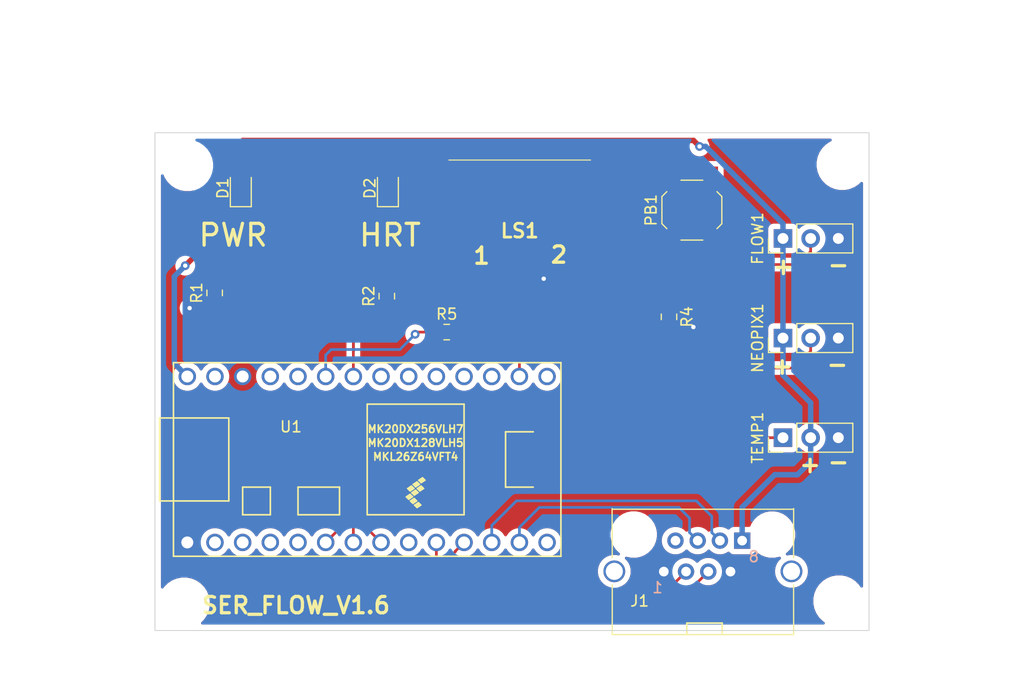
<source format=kicad_pcb>
(kicad_pcb (version 20171130) (host pcbnew "(5.1.4-0-10_14)")

  (general
    (thickness 1.6)
    (drawings 15)
    (tracks 110)
    (zones 0)
    (modules 17)
    (nets 35)
  )

  (page A4)
  (layers
    (0 F.Cu signal)
    (31 B.Cu signal)
    (32 B.Adhes user hide)
    (33 F.Adhes user hide)
    (34 B.Paste user hide)
    (35 F.Paste user hide)
    (36 B.SilkS user)
    (37 F.SilkS user)
    (38 B.Mask user hide)
    (39 F.Mask user hide)
    (40 Dwgs.User user hide)
    (41 Cmts.User user hide)
    (42 Eco1.User user hide)
    (43 Eco2.User user hide)
    (44 Edge.Cuts user)
    (45 Margin user hide)
    (46 B.CrtYd user hide)
    (47 F.CrtYd user hide)
    (48 B.Fab user hide)
    (49 F.Fab user hide)
  )

  (setup
    (last_trace_width 0.25)
    (user_trace_width 0.5)
    (user_trace_width 0.8)
    (user_trace_width 1)
    (trace_clearance 0.2)
    (zone_clearance 0.508)
    (zone_45_only no)
    (trace_min 0.2)
    (via_size 0.8)
    (via_drill 0.4)
    (via_min_size 0.4)
    (via_min_drill 0.3)
    (uvia_size 0.3)
    (uvia_drill 0.1)
    (uvias_allowed no)
    (uvia_min_size 0.2)
    (uvia_min_drill 0.1)
    (edge_width 0.05)
    (segment_width 0.2)
    (pcb_text_width 0.3)
    (pcb_text_size 1.5 1.5)
    (mod_edge_width 0.12)
    (mod_text_size 1 1)
    (mod_text_width 0.15)
    (pad_size 2 3.5)
    (pad_drill 1)
    (pad_to_mask_clearance 0.051)
    (solder_mask_min_width 0.25)
    (aux_axis_origin 0 0)
    (visible_elements FFFFEF7F)
    (pcbplotparams
      (layerselection 0x010fc_ffffffff)
      (usegerberextensions false)
      (usegerberattributes false)
      (usegerberadvancedattributes false)
      (creategerberjobfile false)
      (excludeedgelayer true)
      (linewidth 0.100000)
      (plotframeref false)
      (viasonmask true)
      (mode 1)
      (useauxorigin false)
      (hpglpennumber 1)
      (hpglpenspeed 20)
      (hpglpendiameter 15.000000)
      (psnegative false)
      (psa4output false)
      (plotreference true)
      (plotvalue true)
      (plotinvisibletext false)
      (padsonsilk false)
      (subtractmaskfromsilk false)
      (outputformat 1)
      (mirror false)
      (drillshape 0)
      (scaleselection 1)
      (outputdirectory "gerbers/"))
  )

  (net 0 "")
  (net 1 GND)
  (net 2 +3.3v)
  (net 3 "Net-(U1-Pad32)")
  (net 4 PB_IN)
  (net 5 "Net-(D1-Pad1)")
  (net 6 "Net-(D2-Pad1)")
  (net 7 +5v)
  (net 8 F_DATA)
  (net 9 NP_DATA)
  (net 10 LED1)
  (net 11 SPK_SIG)
  (net 12 "Net-(LS1-Pad1)")
  (net 13 T_DATA)
  (net 14 GP_1)
  (net 15 GP_3)
  (net 16 EXT_PWR)
  (net 17 GP_2)
  (net 18 GP_4)
  (net 19 "Net-(LS1-Pad4)")
  (net 20 "Net-(LS1-Pad3)")
  (net 21 "Net-(U1-Pad20)")
  (net 22 "Net-(U1-Pad14)")
  (net 23 "Net-(U1-Pad23)")
  (net 24 "Net-(U1-Pad24)")
  (net 25 "Net-(U1-Pad25)")
  (net 26 "Net-(U1-Pad9)")
  (net 27 "Net-(U1-Pad5)")
  (net 28 "Net-(U1-Pad4)")
  (net 29 "Net-(U1-Pad3)")
  (net 30 "Net-(U1-Pad2)")
  (net 31 "Net-(U1-Pad22)")
  (net 32 "Net-(U1-Pad29)")
  (net 33 "Net-(U1-Pad30)")
  (net 34 "Net-(U1-Pad26)")

  (net_class Default "This is the default net class."
    (clearance 0.2)
    (trace_width 0.25)
    (via_dia 0.8)
    (via_drill 0.4)
    (uvia_dia 0.3)
    (uvia_drill 0.1)
    (add_net +3.3v)
    (add_net +5v)
    (add_net EXT_PWR)
    (add_net F_DATA)
    (add_net GND)
    (add_net GP_1)
    (add_net GP_2)
    (add_net GP_3)
    (add_net GP_4)
    (add_net LED1)
    (add_net NP_DATA)
    (add_net "Net-(D1-Pad1)")
    (add_net "Net-(D2-Pad1)")
    (add_net "Net-(LS1-Pad1)")
    (add_net "Net-(LS1-Pad3)")
    (add_net "Net-(LS1-Pad4)")
    (add_net "Net-(U1-Pad14)")
    (add_net "Net-(U1-Pad2)")
    (add_net "Net-(U1-Pad20)")
    (add_net "Net-(U1-Pad22)")
    (add_net "Net-(U1-Pad23)")
    (add_net "Net-(U1-Pad24)")
    (add_net "Net-(U1-Pad25)")
    (add_net "Net-(U1-Pad26)")
    (add_net "Net-(U1-Pad29)")
    (add_net "Net-(U1-Pad3)")
    (add_net "Net-(U1-Pad30)")
    (add_net "Net-(U1-Pad32)")
    (add_net "Net-(U1-Pad4)")
    (add_net "Net-(U1-Pad5)")
    (add_net "Net-(U1-Pad9)")
    (add_net PB_IN)
    (add_net SPK_SIG)
    (add_net T_DATA)
  )

  (module Resistor_SMD:R_0805_2012Metric (layer F.Cu) (tedit 5B36C52B) (tstamp 5EA87BBD)
    (at 113.6 90.2 90)
    (descr "Resistor SMD 0805 (2012 Metric), square (rectangular) end terminal, IPC_7351 nominal, (Body size source: https://docs.google.com/spreadsheets/d/1BsfQQcO9C6DZCsRaXUlFlo91Tg2WpOkGARC1WS5S8t0/edit?usp=sharing), generated with kicad-footprint-generator")
    (tags resistor)
    (path /5EB24990)
    (attr smd)
    (fp_text reference R2 (at 0 -1.65 90) (layer F.SilkS)
      (effects (font (size 1 1) (thickness 0.15)))
    )
    (fp_text value 4.7k (at 0 1.65 90) (layer F.Fab)
      (effects (font (size 1 1) (thickness 0.15)))
    )
    (fp_text user %R (at 0 0 90) (layer F.Fab)
      (effects (font (size 0.5 0.5) (thickness 0.08)))
    )
    (fp_line (start 1.68 0.95) (end -1.68 0.95) (layer F.CrtYd) (width 0.05))
    (fp_line (start 1.68 -0.95) (end 1.68 0.95) (layer F.CrtYd) (width 0.05))
    (fp_line (start -1.68 -0.95) (end 1.68 -0.95) (layer F.CrtYd) (width 0.05))
    (fp_line (start -1.68 0.95) (end -1.68 -0.95) (layer F.CrtYd) (width 0.05))
    (fp_line (start -0.258578 0.71) (end 0.258578 0.71) (layer F.SilkS) (width 0.12))
    (fp_line (start -0.258578 -0.71) (end 0.258578 -0.71) (layer F.SilkS) (width 0.12))
    (fp_line (start 1 0.6) (end -1 0.6) (layer F.Fab) (width 0.1))
    (fp_line (start 1 -0.6) (end 1 0.6) (layer F.Fab) (width 0.1))
    (fp_line (start -1 -0.6) (end 1 -0.6) (layer F.Fab) (width 0.1))
    (fp_line (start -1 0.6) (end -1 -0.6) (layer F.Fab) (width 0.1))
    (pad 2 smd roundrect (at 0.9375 0 90) (size 0.975 1.4) (layers F.Cu F.Paste F.Mask) (roundrect_rratio 0.25)
      (net 6 "Net-(D2-Pad1)"))
    (pad 1 smd roundrect (at -0.9375 0 90) (size 0.975 1.4) (layers F.Cu F.Paste F.Mask) (roundrect_rratio 0.25)
      (net 10 LED1))
    (model ${KISYS3DMOD}/Resistor_SMD.3dshapes/R_0805_2012Metric.wrl
      (at (xyz 0 0 0))
      (scale (xyz 1 1 1))
      (rotate (xyz 0 0 0))
    )
  )

  (module LED_SMD:LED_0805_2012Metric (layer F.Cu) (tedit 5B36C52C) (tstamp 5EA87A62)
    (at 113.7 80.3 90)
    (descr "LED SMD 0805 (2012 Metric), square (rectangular) end terminal, IPC_7351 nominal, (Body size source: https://docs.google.com/spreadsheets/d/1BsfQQcO9C6DZCsRaXUlFlo91Tg2WpOkGARC1WS5S8t0/edit?usp=sharing), generated with kicad-footprint-generator")
    (tags diode)
    (path /5EB24998)
    (attr smd)
    (fp_text reference D2 (at 0 -1.65 90) (layer F.SilkS)
      (effects (font (size 1 1) (thickness 0.15)))
    )
    (fp_text value LED (at 0 1.65 90) (layer F.Fab)
      (effects (font (size 1 1) (thickness 0.15)))
    )
    (fp_text user %R (at 0 0 90) (layer F.Fab)
      (effects (font (size 0.5 0.5) (thickness 0.08)))
    )
    (fp_line (start 1.68 0.95) (end -1.68 0.95) (layer F.CrtYd) (width 0.05))
    (fp_line (start 1.68 -0.95) (end 1.68 0.95) (layer F.CrtYd) (width 0.05))
    (fp_line (start -1.68 -0.95) (end 1.68 -0.95) (layer F.CrtYd) (width 0.05))
    (fp_line (start -1.68 0.95) (end -1.68 -0.95) (layer F.CrtYd) (width 0.05))
    (fp_line (start -1.685 0.96) (end 1 0.96) (layer F.SilkS) (width 0.12))
    (fp_line (start -1.685 -0.96) (end -1.685 0.96) (layer F.SilkS) (width 0.12))
    (fp_line (start 1 -0.96) (end -1.685 -0.96) (layer F.SilkS) (width 0.12))
    (fp_line (start 1 0.6) (end 1 -0.6) (layer F.Fab) (width 0.1))
    (fp_line (start -1 0.6) (end 1 0.6) (layer F.Fab) (width 0.1))
    (fp_line (start -1 -0.3) (end -1 0.6) (layer F.Fab) (width 0.1))
    (fp_line (start -0.7 -0.6) (end -1 -0.3) (layer F.Fab) (width 0.1))
    (fp_line (start 1 -0.6) (end -0.7 -0.6) (layer F.Fab) (width 0.1))
    (pad 2 smd roundrect (at 0.9375 0 90) (size 0.975 1.4) (layers F.Cu F.Paste F.Mask) (roundrect_rratio 0.25)
      (net 2 +3.3v))
    (pad 1 smd roundrect (at -0.9375 0 90) (size 0.975 1.4) (layers F.Cu F.Paste F.Mask) (roundrect_rratio 0.25)
      (net 6 "Net-(D2-Pad1)"))
    (model ${KISYS3DMOD}/LED_SMD.3dshapes/LED_0805_2012Metric.wrl
      (at (xyz 0 0 0))
      (scale (xyz 1 1 1))
      (rotate (xyz 0 0 0))
    )
  )

  (module CDS-13138-SMT-TR:CDS13138SMTTR (layer F.Cu) (tedit 5EA82373) (tstamp 5EA89039)
    (at 125.8 84.2)
    (descr CDS-13138-SMT-TR-2)
    (tags "Loudspeaker or Buzzer")
    (path /5EA88990)
    (attr smd)
    (fp_text reference LS1 (at 0 0) (layer F.SilkS)
      (effects (font (size 1.27 1.27) (thickness 0.254)))
    )
    (fp_text value CDS-13138-SMT-TR (at 0 0) (layer F.SilkS) hide
      (effects (font (size 1.27 1.27) (thickness 0.254)))
    )
    (fp_line (start -6.5 -6.5) (end 6.5 -6.5) (layer F.SilkS) (width 0.1))
    (fp_line (start -7.6 7.5) (end -7.6 -7.5) (layer Dwgs.User) (width 0.1))
    (fp_line (start 7.6 7.5) (end -7.6 7.5) (layer Dwgs.User) (width 0.1))
    (fp_line (start 7.6 -7.5) (end 7.6 7.5) (layer Dwgs.User) (width 0.1))
    (fp_line (start -7.6 -7.5) (end 7.6 -7.5) (layer Dwgs.User) (width 0.1))
    (fp_line (start -6.5 6.5) (end -6.5 -6.5) (layer Dwgs.User) (width 0.2))
    (fp_line (start 6.5 6.5) (end -6.5 6.5) (layer Dwgs.User) (width 0.2))
    (fp_line (start 6.5 -6.5) (end 6.5 6.5) (layer Dwgs.User) (width 0.2))
    (fp_line (start -6.5 -6.5) (end 6.5 -6.5) (layer Dwgs.User) (width 0.2))
    (pad 4 smd rect (at -5.7 -4.35) (size 1.8 3.2) (layers F.Cu F.Paste F.Mask)
      (net 19 "Net-(LS1-Pad4)"))
    (pad 3 smd rect (at 5.7 -4.35) (size 1.8 3.2) (layers F.Cu F.Paste F.Mask)
      (net 20 "Net-(LS1-Pad3)"))
    (pad 2 smd rect (at 5.7 4.35) (size 1.8 3.2) (layers F.Cu F.Paste F.Mask)
      (net 1 GND))
    (pad 1 smd rect (at -5.7 4.35) (size 1.8 3.2) (layers F.Cu F.Paste F.Mask)
      (net 12 "Net-(LS1-Pad1)"))
  )

  (module Connector_RJ:my_RJ45_Amphenol (layer F.Cu) (tedit 5EA3A7D4) (tstamp 5EA88A64)
    (at 139 115.5 180)
    (descr "Shielded, https://www.amphenolcanada.com/ProductSearch/drawings/AC/RJHSE538X.pdf")
    (tags "RJ45 8p8c ethernet cat5")
    (path /5EAE2741)
    (fp_text reference J1 (at 2.2 -2.6964 180) (layer F.SilkS)
      (effects (font (size 1 1) (thickness 0.15)))
    )
    (fp_text value RJ45 (at -3.6108 -7.468 180) (layer F.Fab)
      (effects (font (size 1 1) (thickness 0.15)))
    )
    (fp_text user 8 (at -8.2804 1.3716) (layer B.SilkS)
      (effects (font (size 1 1) (thickness 0.15)) (justify mirror))
    )
    (fp_text user 1 (at 0.5588 -1.4732) (layer B.SilkS)
      (effects (font (size 1 1) (thickness 0.15)) (justify mirror))
    )
    (fp_line (start -2.1336 -4.7244) (end -2.1336 -5.7912) (layer F.SilkS) (width 0.15))
    (fp_line (start -5.3848 -4.7244) (end -2.1336 -4.7244) (layer F.SilkS) (width 0.15))
    (fp_line (start -5.3848 -5.6388) (end -5.3848 -4.7244) (layer F.SilkS) (width 0.15))
    (fp_text user %R (at -3.6108 6.9144 180) (layer F.Fab)
      (effects (font (size 1 1) (thickness 0.15)))
    )
    (fp_line (start -13.2588 5.9944) (end -13.2588 -6.1976) (layer F.CrtYd) (width 0.05))
    (fp_line (start 6.0192 -6.218) (end -13.2408 -6.218) (layer F.CrtYd) (width 0.05))
    (fp_line (start 6.0192 5.9944) (end 6.0192 -6.1976) (layer F.CrtYd) (width 0.05))
    (fp_line (start 6.0192 5.9944) (end -13.2408 5.9944) (layer F.CrtYd) (width 0.05))
    (fp_line (start 4.6442 4.6632) (end 3.6442 5.6632) (layer F.Fab) (width 0.1))
    (fp_line (start -11.938 -5.7912) (end -11.9308 -1.2256) (layer F.SilkS) (width 0.12))
    (fp_line (start 4.7092 -5.783) (end 4.7092 -1.2256) (layer F.SilkS) (width 0.12))
    (fp_line (start 4.7092 -5.783) (end -11.9308 -5.783) (layer F.SilkS) (width 0.12))
    (fp_line (start -11.938 5.7912) (end -11.9308 1.2744) (layer F.SilkS) (width 0.12))
    (fp_line (start 4.7244 5.7912) (end 4.7092 1.2744) (layer F.SilkS) (width 0.12))
    (fp_line (start 4.7092 5.7282) (end -11.9308 5.7282) (layer F.SilkS) (width 0.12))
    (fp_line (start -11.8872 5.7404) (end -11.938 -5.7404) (layer F.Fab) (width 0.1))
    (fp_line (start 3.6442 5.6632) (end -11.8658 5.6632) (layer F.Fab) (width 0.1))
    (fp_line (start 4.6442 -5.718) (end -11.8658 -5.718) (layer F.Fab) (width 0.1))
    (fp_line (start 4.6736 5.7404) (end 4.6736 -5.7404) (layer F.Fab) (width 0.1))
    (pad SH thru_hole circle (at 4.5192 0.0244) (size 2 2) (drill 1.57) (layers *.Cu *.Mask))
    (pad SH thru_hole circle (at -11.7408 0.0244) (size 2 2) (drill 1.57) (layers *.Cu *.Mask))
    (pad "" np_thru_hole circle (at -9.9608 3.4036) (size 3.25 3.25) (drill 3.25) (layers *.Cu *.Mask))
    (pad "" np_thru_hole circle (at 2.7392 3.4036) (size 3.25 3.25) (drill 3.25) (layers *.Cu *.Mask))
    (pad 1 thru_hole circle (at -0.0228 0.002 180) (size 1.5 1.5) (drill 0.89) (layers *.Cu *.Mask)
      (net 1 GND))
    (pad 3 thru_hole circle (at -2.0628 0.002 180) (size 1.5 1.5) (drill 0.89) (layers *.Cu *.Mask)
      (net 14 GP_1))
    (pad 5 thru_hole circle (at -4.1028 0.002 180) (size 1.5 1.5) (drill 0.89) (layers *.Cu *.Mask)
      (net 15 GP_3))
    (pad 7 thru_hole circle (at -6.1428 0.002 180) (size 1.5 1.5) (drill 0.89) (layers *.Cu *.Mask)
      (net 1 GND))
    (pad 2 thru_hole circle (at -1.0936 2.8448 180) (size 1.5 1.5) (drill 0.89) (layers *.Cu *.Mask)
      (net 16 EXT_PWR))
    (pad 4 thru_hole circle (at -3.1336 2.8448 180) (size 1.5 1.5) (drill 0.89) (layers *.Cu *.Mask)
      (net 17 GP_2))
    (pad 6 thru_hole circle (at -5.1736 2.8448 180) (size 1.5 1.5) (drill 0.89) (layers *.Cu *.Mask)
      (net 18 GP_4))
    (pad 8 thru_hole rect (at -7.2136 2.8448 180) (size 1.5 1.5) (drill 0.89) (layers *.Cu *.Mask)
      (net 7 +5v))
    (model ${KISYS3DMOD}/Connector_RJ.3dshapes/RJ45_Amphenol_RJHSE5380.wrl
      (at (xyz 0 0 0))
      (scale (xyz 1 1 1))
      (rotate (xyz 0 0 0))
    )
  )

  (module MountingHole:MountingHole_3.7mm (layer F.Cu) (tedit 5E2DD3EF) (tstamp 5E2E2DB7)
    (at 155.4 78.1)
    (descr "Mounting Hole 3.7mm, no annular")
    (tags "mounting hole 3.7mm no annular")
    (attr virtual)
    (fp_text reference REF** (at 0 -4.7) (layer F.SilkS) hide
      (effects (font (size 1 1) (thickness 0.15)))
    )
    (fp_text value MountingHole_3.7mm (at 0 4.7) (layer F.Fab)
      (effects (font (size 1 1) (thickness 0.15)))
    )
    (fp_circle (center 0 0) (end 1.9 0) (layer F.CrtYd) (width 0.05))
    (fp_circle (center 0 0) (end 2 0) (layer Cmts.User) (width 0.15))
    (fp_text user %R (at 0.3 0) (layer F.Fab)
      (effects (font (size 1 1) (thickness 0.15)))
    )
    (pad "" np_thru_hole circle (at 0 0) (size 3.7 3.7) (drill 3.7) (layers *.Cu *.Mask))
  )

  (module MountingHole:MountingHole_3.7mm (layer F.Cu) (tedit 5E2DD3EF) (tstamp 5E2E2D93)
    (at 155.1 118.2)
    (descr "Mounting Hole 3.7mm, no annular")
    (tags "mounting hole 3.7mm no annular")
    (attr virtual)
    (fp_text reference REF** (at 0 -4.7) (layer F.SilkS) hide
      (effects (font (size 1 1) (thickness 0.15)))
    )
    (fp_text value MountingHole_3.7mm (at 0 4.7) (layer F.Fab)
      (effects (font (size 1 1) (thickness 0.15)))
    )
    (fp_circle (center 0 0) (end 1.9 0) (layer F.CrtYd) (width 0.05))
    (fp_circle (center 0 0) (end 2 0) (layer Cmts.User) (width 0.15))
    (fp_text user %R (at 0.3 0) (layer F.Fab)
      (effects (font (size 1 1) (thickness 0.15)))
    )
    (pad "" np_thru_hole circle (at 0 0) (size 3.7 3.7) (drill 3.7) (layers *.Cu *.Mask))
  )

  (module MountingHole:MountingHole_3.7mm (layer F.Cu) (tedit 5E2DD3EF) (tstamp 5E2E2D6F)
    (at 95 118.4)
    (descr "Mounting Hole 3.7mm, no annular")
    (tags "mounting hole 3.7mm no annular")
    (attr virtual)
    (fp_text reference REF** (at 0 -4.7) (layer F.SilkS) hide
      (effects (font (size 1 1) (thickness 0.15)))
    )
    (fp_text value MountingHole_3.7mm (at 0 4.7) (layer F.Fab)
      (effects (font (size 1 1) (thickness 0.15)))
    )
    (fp_circle (center 0 0) (end 1.9 0) (layer F.CrtYd) (width 0.05))
    (fp_circle (center 0 0) (end 2 0) (layer Cmts.User) (width 0.15))
    (fp_text user %R (at 0.3 0) (layer F.Fab)
      (effects (font (size 1 1) (thickness 0.15)))
    )
    (pad "" np_thru_hole circle (at 0 0) (size 3.7 3.7) (drill 3.7) (layers *.Cu *.Mask))
  )

  (module MountingHole:MountingHole_3.7mm (layer F.Cu) (tedit 5E2DD3EF) (tstamp 5E2E2D4B)
    (at 95.3 78.2)
    (descr "Mounting Hole 3.7mm, no annular")
    (tags "mounting hole 3.7mm no annular")
    (attr virtual)
    (fp_text reference REF** (at 0 -4.7) (layer F.SilkS) hide
      (effects (font (size 1 1) (thickness 0.15)))
    )
    (fp_text value MountingHole_3.7mm (at 0 4.7) (layer F.Fab)
      (effects (font (size 1 1) (thickness 0.15)))
    )
    (fp_circle (center 0 0) (end 1.9 0) (layer F.CrtYd) (width 0.05))
    (fp_circle (center 0 0) (end 2 0) (layer Cmts.User) (width 0.15))
    (fp_text user %R (at 0.3 0) (layer F.Fab)
      (effects (font (size 1 1) (thickness 0.15)))
    )
    (pad "" np_thru_hole circle (at 0 0) (size 3.7 3.7) (drill 3.7) (layers *.Cu *.Mask))
  )

  (module LED_SMD:LED_0805_2012Metric (layer F.Cu) (tedit 5B36C52C) (tstamp 5EA88325)
    (at 100.2 80.3 90)
    (descr "LED SMD 0805 (2012 Metric), square (rectangular) end terminal, IPC_7351 nominal, (Body size source: https://docs.google.com/spreadsheets/d/1BsfQQcO9C6DZCsRaXUlFlo91Tg2WpOkGARC1WS5S8t0/edit?usp=sharing), generated with kicad-footprint-generator")
    (tags diode)
    (path /5EADF974)
    (attr smd)
    (fp_text reference D1 (at 0 -1.65 90) (layer F.SilkS)
      (effects (font (size 1 1) (thickness 0.15)))
    )
    (fp_text value LED (at 0 1.65 90) (layer F.Fab)
      (effects (font (size 1 1) (thickness 0.15)))
    )
    (fp_line (start 1 -0.6) (end -0.7 -0.6) (layer F.Fab) (width 0.1))
    (fp_line (start -0.7 -0.6) (end -1 -0.3) (layer F.Fab) (width 0.1))
    (fp_line (start -1 -0.3) (end -1 0.6) (layer F.Fab) (width 0.1))
    (fp_line (start -1 0.6) (end 1 0.6) (layer F.Fab) (width 0.1))
    (fp_line (start 1 0.6) (end 1 -0.6) (layer F.Fab) (width 0.1))
    (fp_line (start 1 -0.96) (end -1.685 -0.96) (layer F.SilkS) (width 0.12))
    (fp_line (start -1.685 -0.96) (end -1.685 0.96) (layer F.SilkS) (width 0.12))
    (fp_line (start -1.685 0.96) (end 1 0.96) (layer F.SilkS) (width 0.12))
    (fp_line (start -1.68 0.95) (end -1.68 -0.95) (layer F.CrtYd) (width 0.05))
    (fp_line (start -1.68 -0.95) (end 1.68 -0.95) (layer F.CrtYd) (width 0.05))
    (fp_line (start 1.68 -0.95) (end 1.68 0.95) (layer F.CrtYd) (width 0.05))
    (fp_line (start 1.68 0.95) (end -1.68 0.95) (layer F.CrtYd) (width 0.05))
    (fp_text user %R (at 0 0 90) (layer F.Fab)
      (effects (font (size 0.5 0.5) (thickness 0.08)))
    )
    (pad 1 smd roundrect (at -0.9375 0 90) (size 0.975 1.4) (layers F.Cu F.Paste F.Mask) (roundrect_rratio 0.25)
      (net 5 "Net-(D1-Pad1)"))
    (pad 2 smd roundrect (at 0.9375 0 90) (size 0.975 1.4) (layers F.Cu F.Paste F.Mask) (roundrect_rratio 0.25)
      (net 2 +3.3v))
    (model ${KISYS3DMOD}/LED_SMD.3dshapes/LED_0805_2012Metric.wrl
      (at (xyz 0 0 0))
      (scale (xyz 1 1 1))
      (rotate (xyz 0 0 0))
    )
  )

  (module Connector_PinHeader_2.54mm:PinHeader_1x03_P2.54mm_Vertical (layer F.Cu) (tedit 59FED5CC) (tstamp 5EA88362)
    (at 149.96 84.9 90)
    (descr "Through hole straight pin header, 1x03, 2.54mm pitch, single row")
    (tags "Through hole pin header THT 1x03 2.54mm single row")
    (path /5EAF40EA)
    (fp_text reference FLOW1 (at 0 -2.33 90) (layer F.SilkS)
      (effects (font (size 1 1) (thickness 0.15)))
    )
    (fp_text value Conn_01x03 (at 0 7.41 90) (layer F.Fab)
      (effects (font (size 1 1) (thickness 0.15)))
    )
    (fp_line (start -0.635 -1.27) (end 1.27 -1.27) (layer F.Fab) (width 0.1))
    (fp_line (start 1.27 -1.27) (end 1.27 6.35) (layer F.Fab) (width 0.1))
    (fp_line (start 1.27 6.35) (end -1.27 6.35) (layer F.Fab) (width 0.1))
    (fp_line (start -1.27 6.35) (end -1.27 -0.635) (layer F.Fab) (width 0.1))
    (fp_line (start -1.27 -0.635) (end -0.635 -1.27) (layer F.Fab) (width 0.1))
    (fp_line (start -1.33 6.41) (end 1.33 6.41) (layer F.SilkS) (width 0.12))
    (fp_line (start -1.33 1.27) (end -1.33 6.41) (layer F.SilkS) (width 0.12))
    (fp_line (start 1.33 1.27) (end 1.33 6.41) (layer F.SilkS) (width 0.12))
    (fp_line (start -1.33 1.27) (end 1.33 1.27) (layer F.SilkS) (width 0.12))
    (fp_line (start -1.33 0) (end -1.33 -1.33) (layer F.SilkS) (width 0.12))
    (fp_line (start -1.33 -1.33) (end 0 -1.33) (layer F.SilkS) (width 0.12))
    (fp_line (start -1.8 -1.8) (end -1.8 6.85) (layer F.CrtYd) (width 0.05))
    (fp_line (start -1.8 6.85) (end 1.8 6.85) (layer F.CrtYd) (width 0.05))
    (fp_line (start 1.8 6.85) (end 1.8 -1.8) (layer F.CrtYd) (width 0.05))
    (fp_line (start 1.8 -1.8) (end -1.8 -1.8) (layer F.CrtYd) (width 0.05))
    (fp_text user %R (at 0 2.54) (layer F.Fab)
      (effects (font (size 1 1) (thickness 0.15)))
    )
    (pad 1 thru_hole rect (at 0 0 90) (size 1.7 1.7) (drill 1) (layers *.Cu *.Mask)
      (net 7 +5v))
    (pad 2 thru_hole oval (at 0 2.54 90) (size 1.7 1.7) (drill 1) (layers *.Cu *.Mask)
      (net 8 F_DATA))
    (pad 3 thru_hole oval (at 0 5.08 90) (size 1.7 1.7) (drill 1) (layers *.Cu *.Mask)
      (net 1 GND))
    (model ${KISYS3DMOD}/Connector_PinHeader_2.54mm.3dshapes/PinHeader_1x03_P2.54mm_Vertical.wrl
      (at (xyz 0 0 0))
      (scale (xyz 1 1 1))
      (rotate (xyz 0 0 0))
    )
  )

  (module Connector_PinHeader_2.54mm:PinHeader_1x03_P2.54mm_Vertical (layer F.Cu) (tedit 59FED5CC) (tstamp 5EA88379)
    (at 149.96 94.05 90)
    (descr "Through hole straight pin header, 1x03, 2.54mm pitch, single row")
    (tags "Through hole pin header THT 1x03 2.54mm single row")
    (path /5E667E5C)
    (fp_text reference NEOPIX1 (at 0 -2.33 90) (layer F.SilkS)
      (effects (font (size 1 1) (thickness 0.15)))
    )
    (fp_text value Conn_01x03 (at 0 7.41 90) (layer F.Fab)
      (effects (font (size 1 1) (thickness 0.15)))
    )
    (fp_line (start -0.635 -1.27) (end 1.27 -1.27) (layer F.Fab) (width 0.1))
    (fp_line (start 1.27 -1.27) (end 1.27 6.35) (layer F.Fab) (width 0.1))
    (fp_line (start 1.27 6.35) (end -1.27 6.35) (layer F.Fab) (width 0.1))
    (fp_line (start -1.27 6.35) (end -1.27 -0.635) (layer F.Fab) (width 0.1))
    (fp_line (start -1.27 -0.635) (end -0.635 -1.27) (layer F.Fab) (width 0.1))
    (fp_line (start -1.33 6.41) (end 1.33 6.41) (layer F.SilkS) (width 0.12))
    (fp_line (start -1.33 1.27) (end -1.33 6.41) (layer F.SilkS) (width 0.12))
    (fp_line (start 1.33 1.27) (end 1.33 6.41) (layer F.SilkS) (width 0.12))
    (fp_line (start -1.33 1.27) (end 1.33 1.27) (layer F.SilkS) (width 0.12))
    (fp_line (start -1.33 0) (end -1.33 -1.33) (layer F.SilkS) (width 0.12))
    (fp_line (start -1.33 -1.33) (end 0 -1.33) (layer F.SilkS) (width 0.12))
    (fp_line (start -1.8 -1.8) (end -1.8 6.85) (layer F.CrtYd) (width 0.05))
    (fp_line (start -1.8 6.85) (end 1.8 6.85) (layer F.CrtYd) (width 0.05))
    (fp_line (start 1.8 6.85) (end 1.8 -1.8) (layer F.CrtYd) (width 0.05))
    (fp_line (start 1.8 -1.8) (end -1.8 -1.8) (layer F.CrtYd) (width 0.05))
    (fp_text user %R (at 0 2.54) (layer F.Fab)
      (effects (font (size 1 1) (thickness 0.15)))
    )
    (pad 1 thru_hole rect (at 0 0 90) (size 1.7 1.7) (drill 1) (layers *.Cu *.Mask)
      (net 7 +5v))
    (pad 2 thru_hole oval (at 0 2.54 90) (size 1.7 1.7) (drill 1) (layers *.Cu *.Mask)
      (net 9 NP_DATA))
    (pad 3 thru_hole oval (at 0 5.08 90) (size 1.7 1.7) (drill 1) (layers *.Cu *.Mask)
      (net 1 GND))
    (model ${KISYS3DMOD}/Connector_PinHeader_2.54mm.3dshapes/PinHeader_1x03_P2.54mm_Vertical.wrl
      (at (xyz 0 0 0))
      (scale (xyz 1 1 1))
      (rotate (xyz 0 0 0))
    )
  )

  (module Button_Switch_SMD:SW_SPST_TL3342 (layer F.Cu) (tedit 5A02FC95) (tstamp 5EA883AF)
    (at 141.6 82.3 90)
    (descr "Low-profile SMD Tactile Switch, https://www.e-switch.com/system/asset/product_line/data_sheet/165/TL3342.pdf")
    (tags "SPST Tactile Switch")
    (path /5E615932)
    (attr smd)
    (fp_text reference PB1 (at 0 -3.75 90) (layer F.SilkS)
      (effects (font (size 1 1) (thickness 0.15)))
    )
    (fp_text value SW_Push (at 0 3.75 90) (layer F.Fab)
      (effects (font (size 1 1) (thickness 0.15)))
    )
    (fp_text user %R (at 0 -3.75 90) (layer F.Fab)
      (effects (font (size 1 1) (thickness 0.15)))
    )
    (fp_line (start 3.2 2.1) (end 3.2 1.6) (layer F.Fab) (width 0.1))
    (fp_line (start 3.2 -2.1) (end 3.2 -1.6) (layer F.Fab) (width 0.1))
    (fp_line (start -3.2 2.1) (end -3.2 1.6) (layer F.Fab) (width 0.1))
    (fp_line (start -3.2 -2.1) (end -3.2 -1.6) (layer F.Fab) (width 0.1))
    (fp_line (start 2.7 -2.1) (end 2.7 -1.6) (layer F.Fab) (width 0.1))
    (fp_line (start 1.7 -2.1) (end 3.2 -2.1) (layer F.Fab) (width 0.1))
    (fp_line (start 3.2 -1.6) (end 2.2 -1.6) (layer F.Fab) (width 0.1))
    (fp_line (start -2.7 -2.1) (end -2.7 -1.6) (layer F.Fab) (width 0.1))
    (fp_line (start -1.7 -2.1) (end -3.2 -2.1) (layer F.Fab) (width 0.1))
    (fp_line (start -3.2 -1.6) (end -2.2 -1.6) (layer F.Fab) (width 0.1))
    (fp_line (start -2.7 2.1) (end -2.7 1.6) (layer F.Fab) (width 0.1))
    (fp_line (start -3.2 1.6) (end -2.2 1.6) (layer F.Fab) (width 0.1))
    (fp_line (start -1.7 2.1) (end -3.2 2.1) (layer F.Fab) (width 0.1))
    (fp_line (start 1.7 2.1) (end 3.2 2.1) (layer F.Fab) (width 0.1))
    (fp_line (start 2.7 2.1) (end 2.7 1.6) (layer F.Fab) (width 0.1))
    (fp_line (start 3.2 1.6) (end 2.2 1.6) (layer F.Fab) (width 0.1))
    (fp_line (start -1.7 2.3) (end -1.25 2.75) (layer F.SilkS) (width 0.12))
    (fp_line (start 1.7 2.3) (end 1.25 2.75) (layer F.SilkS) (width 0.12))
    (fp_line (start 1.7 -2.3) (end 1.25 -2.75) (layer F.SilkS) (width 0.12))
    (fp_line (start -1.7 -2.3) (end -1.25 -2.75) (layer F.SilkS) (width 0.12))
    (fp_line (start -2 -1) (end -1 -2) (layer F.Fab) (width 0.1))
    (fp_line (start -1 -2) (end 1 -2) (layer F.Fab) (width 0.1))
    (fp_line (start 1 -2) (end 2 -1) (layer F.Fab) (width 0.1))
    (fp_line (start 2 -1) (end 2 1) (layer F.Fab) (width 0.1))
    (fp_line (start 2 1) (end 1 2) (layer F.Fab) (width 0.1))
    (fp_line (start 1 2) (end -1 2) (layer F.Fab) (width 0.1))
    (fp_line (start -1 2) (end -2 1) (layer F.Fab) (width 0.1))
    (fp_line (start -2 1) (end -2 -1) (layer F.Fab) (width 0.1))
    (fp_line (start 2.75 -1) (end 2.75 1) (layer F.SilkS) (width 0.12))
    (fp_line (start -1.25 2.75) (end 1.25 2.75) (layer F.SilkS) (width 0.12))
    (fp_line (start -2.75 -1) (end -2.75 1) (layer F.SilkS) (width 0.12))
    (fp_line (start -1.25 -2.75) (end 1.25 -2.75) (layer F.SilkS) (width 0.12))
    (fp_line (start -2.6 -1.2) (end -2.6 1.2) (layer F.Fab) (width 0.1))
    (fp_line (start -2.6 1.2) (end -1.2 2.6) (layer F.Fab) (width 0.1))
    (fp_line (start -1.2 2.6) (end 1.2 2.6) (layer F.Fab) (width 0.1))
    (fp_line (start 1.2 2.6) (end 2.6 1.2) (layer F.Fab) (width 0.1))
    (fp_line (start 2.6 1.2) (end 2.6 -1.2) (layer F.Fab) (width 0.1))
    (fp_line (start 2.6 -1.2) (end 1.2 -2.6) (layer F.Fab) (width 0.1))
    (fp_line (start 1.2 -2.6) (end -1.2 -2.6) (layer F.Fab) (width 0.1))
    (fp_line (start -1.2 -2.6) (end -2.6 -1.2) (layer F.Fab) (width 0.1))
    (fp_line (start -4.25 -3) (end 4.25 -3) (layer F.CrtYd) (width 0.05))
    (fp_line (start 4.25 -3) (end 4.25 3) (layer F.CrtYd) (width 0.05))
    (fp_line (start 4.25 3) (end -4.25 3) (layer F.CrtYd) (width 0.05))
    (fp_line (start -4.25 3) (end -4.25 -3) (layer F.CrtYd) (width 0.05))
    (fp_circle (center 0 0) (end 1 0) (layer F.Fab) (width 0.1))
    (pad 1 smd rect (at -3.15 -1.9 90) (size 1.7 1) (layers F.Cu F.Paste F.Mask)
      (net 2 +3.3v))
    (pad 1 smd rect (at 3.15 -1.9 90) (size 1.7 1) (layers F.Cu F.Paste F.Mask)
      (net 2 +3.3v))
    (pad 2 smd rect (at -3.15 1.9 90) (size 1.7 1) (layers F.Cu F.Paste F.Mask)
      (net 4 PB_IN))
    (pad 2 smd rect (at 3.15 1.9 90) (size 1.7 1) (layers F.Cu F.Paste F.Mask)
      (net 4 PB_IN))
    (model ${KISYS3DMOD}/Button_Switch_SMD.3dshapes/SW_SPST_TL3342.wrl
      (at (xyz 0 0 0))
      (scale (xyz 1 1 1))
      (rotate (xyz 0 0 0))
    )
  )

  (module Resistor_SMD:R_0805_2012Metric (layer F.Cu) (tedit 5B36C52B) (tstamp 5EA883C0)
    (at 97.8 89.9 90)
    (descr "Resistor SMD 0805 (2012 Metric), square (rectangular) end terminal, IPC_7351 nominal, (Body size source: https://docs.google.com/spreadsheets/d/1BsfQQcO9C6DZCsRaXUlFlo91Tg2WpOkGARC1WS5S8t0/edit?usp=sharing), generated with kicad-footprint-generator")
    (tags resistor)
    (path /5E39B165)
    (attr smd)
    (fp_text reference R1 (at 0 -1.65 90) (layer F.SilkS)
      (effects (font (size 1 1) (thickness 0.15)))
    )
    (fp_text value 4.7k (at 0 1.65 90) (layer F.Fab)
      (effects (font (size 1 1) (thickness 0.15)))
    )
    (fp_text user %R (at 0 0 90) (layer F.Fab)
      (effects (font (size 0.5 0.5) (thickness 0.08)))
    )
    (fp_line (start 1.68 0.95) (end -1.68 0.95) (layer F.CrtYd) (width 0.05))
    (fp_line (start 1.68 -0.95) (end 1.68 0.95) (layer F.CrtYd) (width 0.05))
    (fp_line (start -1.68 -0.95) (end 1.68 -0.95) (layer F.CrtYd) (width 0.05))
    (fp_line (start -1.68 0.95) (end -1.68 -0.95) (layer F.CrtYd) (width 0.05))
    (fp_line (start -0.258578 0.71) (end 0.258578 0.71) (layer F.SilkS) (width 0.12))
    (fp_line (start -0.258578 -0.71) (end 0.258578 -0.71) (layer F.SilkS) (width 0.12))
    (fp_line (start 1 0.6) (end -1 0.6) (layer F.Fab) (width 0.1))
    (fp_line (start 1 -0.6) (end 1 0.6) (layer F.Fab) (width 0.1))
    (fp_line (start -1 -0.6) (end 1 -0.6) (layer F.Fab) (width 0.1))
    (fp_line (start -1 0.6) (end -1 -0.6) (layer F.Fab) (width 0.1))
    (pad 2 smd roundrect (at 0.9375 0 90) (size 0.975 1.4) (layers F.Cu F.Paste F.Mask) (roundrect_rratio 0.25)
      (net 5 "Net-(D1-Pad1)"))
    (pad 1 smd roundrect (at -0.9375 0 90) (size 0.975 1.4) (layers F.Cu F.Paste F.Mask) (roundrect_rratio 0.25)
      (net 1 GND))
    (model ${KISYS3DMOD}/Resistor_SMD.3dshapes/R_0805_2012Metric.wrl
      (at (xyz 0 0 0))
      (scale (xyz 1 1 1))
      (rotate (xyz 0 0 0))
    )
  )

  (module Resistor_SMD:R_0805_2012Metric (layer F.Cu) (tedit 5B36C52B) (tstamp 5EA883F3)
    (at 139.5 92.1 270)
    (descr "Resistor SMD 0805 (2012 Metric), square (rectangular) end terminal, IPC_7351 nominal, (Body size source: https://docs.google.com/spreadsheets/d/1BsfQQcO9C6DZCsRaXUlFlo91Tg2WpOkGARC1WS5S8t0/edit?usp=sharing), generated with kicad-footprint-generator")
    (tags resistor)
    (path /5E6163C4)
    (attr smd)
    (fp_text reference R4 (at 0 -1.65 90) (layer F.SilkS)
      (effects (font (size 1 1) (thickness 0.15)))
    )
    (fp_text value 10k (at 0 1.65 90) (layer F.Fab)
      (effects (font (size 1 1) (thickness 0.15)))
    )
    (fp_line (start -1 0.6) (end -1 -0.6) (layer F.Fab) (width 0.1))
    (fp_line (start -1 -0.6) (end 1 -0.6) (layer F.Fab) (width 0.1))
    (fp_line (start 1 -0.6) (end 1 0.6) (layer F.Fab) (width 0.1))
    (fp_line (start 1 0.6) (end -1 0.6) (layer F.Fab) (width 0.1))
    (fp_line (start -0.258578 -0.71) (end 0.258578 -0.71) (layer F.SilkS) (width 0.12))
    (fp_line (start -0.258578 0.71) (end 0.258578 0.71) (layer F.SilkS) (width 0.12))
    (fp_line (start -1.68 0.95) (end -1.68 -0.95) (layer F.CrtYd) (width 0.05))
    (fp_line (start -1.68 -0.95) (end 1.68 -0.95) (layer F.CrtYd) (width 0.05))
    (fp_line (start 1.68 -0.95) (end 1.68 0.95) (layer F.CrtYd) (width 0.05))
    (fp_line (start 1.68 0.95) (end -1.68 0.95) (layer F.CrtYd) (width 0.05))
    (fp_text user %R (at 0 0 90) (layer F.Fab)
      (effects (font (size 0.5 0.5) (thickness 0.08)))
    )
    (pad 1 smd roundrect (at -0.9375 0 270) (size 0.975 1.4) (layers F.Cu F.Paste F.Mask) (roundrect_rratio 0.25)
      (net 4 PB_IN))
    (pad 2 smd roundrect (at 0.9375 0 270) (size 0.975 1.4) (layers F.Cu F.Paste F.Mask) (roundrect_rratio 0.25)
      (net 1 GND))
    (model ${KISYS3DMOD}/Resistor_SMD.3dshapes/R_0805_2012Metric.wrl
      (at (xyz 0 0 0))
      (scale (xyz 1 1 1))
      (rotate (xyz 0 0 0))
    )
  )

  (module Resistor_SMD:R_0805_2012Metric (layer F.Cu) (tedit 5B36C52B) (tstamp 5EA88404)
    (at 119.1 93.5)
    (descr "Resistor SMD 0805 (2012 Metric), square (rectangular) end terminal, IPC_7351 nominal, (Body size source: https://docs.google.com/spreadsheets/d/1BsfQQcO9C6DZCsRaXUlFlo91Tg2WpOkGARC1WS5S8t0/edit?usp=sharing), generated with kicad-footprint-generator")
    (tags resistor)
    (path /5EB28B32)
    (attr smd)
    (fp_text reference R5 (at 0 -1.65) (layer F.SilkS)
      (effects (font (size 1 1) (thickness 0.15)))
    )
    (fp_text value 10k (at 0 1.65) (layer F.Fab)
      (effects (font (size 1 1) (thickness 0.15)))
    )
    (fp_line (start -1 0.6) (end -1 -0.6) (layer F.Fab) (width 0.1))
    (fp_line (start -1 -0.6) (end 1 -0.6) (layer F.Fab) (width 0.1))
    (fp_line (start 1 -0.6) (end 1 0.6) (layer F.Fab) (width 0.1))
    (fp_line (start 1 0.6) (end -1 0.6) (layer F.Fab) (width 0.1))
    (fp_line (start -0.258578 -0.71) (end 0.258578 -0.71) (layer F.SilkS) (width 0.12))
    (fp_line (start -0.258578 0.71) (end 0.258578 0.71) (layer F.SilkS) (width 0.12))
    (fp_line (start -1.68 0.95) (end -1.68 -0.95) (layer F.CrtYd) (width 0.05))
    (fp_line (start -1.68 -0.95) (end 1.68 -0.95) (layer F.CrtYd) (width 0.05))
    (fp_line (start 1.68 -0.95) (end 1.68 0.95) (layer F.CrtYd) (width 0.05))
    (fp_line (start 1.68 0.95) (end -1.68 0.95) (layer F.CrtYd) (width 0.05))
    (fp_text user %R (at 0 0) (layer F.Fab)
      (effects (font (size 0.5 0.5) (thickness 0.08)))
    )
    (pad 1 smd roundrect (at -0.9375 0) (size 0.975 1.4) (layers F.Cu F.Paste F.Mask) (roundrect_rratio 0.25)
      (net 11 SPK_SIG))
    (pad 2 smd roundrect (at 0.9375 0) (size 0.975 1.4) (layers F.Cu F.Paste F.Mask) (roundrect_rratio 0.25)
      (net 12 "Net-(LS1-Pad1)"))
    (model ${KISYS3DMOD}/Resistor_SMD.3dshapes/R_0805_2012Metric.wrl
      (at (xyz 0 0 0))
      (scale (xyz 1 1 1))
      (rotate (xyz 0 0 0))
    )
  )

  (module Connector_PinHeader_2.54mm:PinHeader_1x03_P2.54mm_Vertical (layer F.Cu) (tedit 59FED5CC) (tstamp 5EA8841B)
    (at 149.96 103.2 90)
    (descr "Through hole straight pin header, 1x03, 2.54mm pitch, single row")
    (tags "Through hole pin header THT 1x03 2.54mm single row")
    (path /5EAF2293)
    (fp_text reference TEMP1 (at 0 -2.33 90) (layer F.SilkS)
      (effects (font (size 1 1) (thickness 0.15)))
    )
    (fp_text value Conn_01x03 (at 0 7.41 90) (layer F.Fab)
      (effects (font (size 1 1) (thickness 0.15)))
    )
    (fp_text user %R (at 0 2.54) (layer F.Fab)
      (effects (font (size 1 1) (thickness 0.15)))
    )
    (fp_line (start 1.8 -1.8) (end -1.8 -1.8) (layer F.CrtYd) (width 0.05))
    (fp_line (start 1.8 6.85) (end 1.8 -1.8) (layer F.CrtYd) (width 0.05))
    (fp_line (start -1.8 6.85) (end 1.8 6.85) (layer F.CrtYd) (width 0.05))
    (fp_line (start -1.8 -1.8) (end -1.8 6.85) (layer F.CrtYd) (width 0.05))
    (fp_line (start -1.33 -1.33) (end 0 -1.33) (layer F.SilkS) (width 0.12))
    (fp_line (start -1.33 0) (end -1.33 -1.33) (layer F.SilkS) (width 0.12))
    (fp_line (start -1.33 1.27) (end 1.33 1.27) (layer F.SilkS) (width 0.12))
    (fp_line (start 1.33 1.27) (end 1.33 6.41) (layer F.SilkS) (width 0.12))
    (fp_line (start -1.33 1.27) (end -1.33 6.41) (layer F.SilkS) (width 0.12))
    (fp_line (start -1.33 6.41) (end 1.33 6.41) (layer F.SilkS) (width 0.12))
    (fp_line (start -1.27 -0.635) (end -0.635 -1.27) (layer F.Fab) (width 0.1))
    (fp_line (start -1.27 6.35) (end -1.27 -0.635) (layer F.Fab) (width 0.1))
    (fp_line (start 1.27 6.35) (end -1.27 6.35) (layer F.Fab) (width 0.1))
    (fp_line (start 1.27 -1.27) (end 1.27 6.35) (layer F.Fab) (width 0.1))
    (fp_line (start -0.635 -1.27) (end 1.27 -1.27) (layer F.Fab) (width 0.1))
    (pad 3 thru_hole oval (at 0 5.08 90) (size 1.7 1.7) (drill 1) (layers *.Cu *.Mask)
      (net 1 GND))
    (pad 2 thru_hole oval (at 0 2.54 90) (size 1.7 1.7) (drill 1) (layers *.Cu *.Mask)
      (net 7 +5v))
    (pad 1 thru_hole rect (at 0 0 90) (size 1.7 1.7) (drill 1) (layers *.Cu *.Mask)
      (net 13 T_DATA))
    (model ${KISYS3DMOD}/Connector_PinHeader_2.54mm.3dshapes/PinHeader_1x03_P2.54mm_Vertical.wrl
      (at (xyz 0 0 0))
      (scale (xyz 1 1 1))
      (rotate (xyz 0 0 0))
    )
  )

  (module teensy:Teensy32 (layer F.Cu) (tedit 5E2CFE82) (tstamp 5EA8845F)
    (at 111.8 105.2)
    (path /5E2C5940)
    (fp_text reference U1 (at -7 -3) (layer F.SilkS)
      (effects (font (size 1 1) (thickness 0.15)))
    )
    (fp_text value Teensy3.2 (at 0 10.16) (layer F.Fab)
      (effects (font (size 1 1) (thickness 0.15)))
    )
    (fp_line (start -17.78 3.81) (end -19.05 3.81) (layer F.SilkS) (width 0.15))
    (fp_line (start -19.05 3.81) (end -19.05 -3.81) (layer F.SilkS) (width 0.15))
    (fp_line (start -19.05 -3.81) (end -17.78 -3.81) (layer F.SilkS) (width 0.15))
    (fp_line (start -6.35 5.08) (end -2.54 5.08) (layer F.SilkS) (width 0.15))
    (fp_line (start -2.54 5.08) (end -2.54 2.54) (layer F.SilkS) (width 0.15))
    (fp_line (start -2.54 2.54) (end -6.35 2.54) (layer F.SilkS) (width 0.15))
    (fp_line (start -6.35 2.54) (end -6.35 5.08) (layer F.SilkS) (width 0.15))
    (fp_line (start -12.7 3.81) (end -12.7 -3.81) (layer F.SilkS) (width 0.15))
    (fp_line (start -12.7 -3.81) (end -17.78 -3.81) (layer F.SilkS) (width 0.15))
    (fp_line (start -12.7 3.81) (end -17.78 3.81) (layer F.SilkS) (width 0.15))
    (fp_line (start -11.43 5.08) (end -8.89 5.08) (layer F.SilkS) (width 0.15))
    (fp_line (start -8.89 5.08) (end -8.89 2.54) (layer F.SilkS) (width 0.15))
    (fp_line (start -8.89 2.54) (end -11.43 2.54) (layer F.SilkS) (width 0.15))
    (fp_line (start -11.43 2.54) (end -11.43 5.08) (layer F.SilkS) (width 0.15))
    (fp_line (start 15.24 2.54) (end 12.7 2.54) (layer F.SilkS) (width 0.15))
    (fp_line (start 12.7 2.54) (end 12.7 -2.54) (layer F.SilkS) (width 0.15))
    (fp_line (start 12.7 -2.54) (end 15.24 -2.54) (layer F.SilkS) (width 0.15))
    (fp_line (start 8.89 5.08) (end 8.89 -5.08) (layer F.SilkS) (width 0.15))
    (fp_line (start 0 -5.08) (end 0 5.08) (layer F.SilkS) (width 0.15))
    (fp_line (start 8.89 -5.08) (end 0 -5.08) (layer F.SilkS) (width 0.15))
    (fp_line (start 8.89 5.08) (end 0 5.08) (layer F.SilkS) (width 0.15))
    (fp_line (start -17.78 -8.89) (end 17.78 -8.89) (layer F.SilkS) (width 0.15))
    (fp_line (start 17.78 -8.89) (end 17.78 8.89) (layer F.SilkS) (width 0.15))
    (fp_line (start 17.78 8.89) (end -17.78 8.89) (layer F.SilkS) (width 0.15))
    (fp_line (start -17.78 8.89) (end -17.78 -8.89) (layer F.SilkS) (width 0.15))
    (fp_poly (pts (xy 3.937 2.921) (xy 3.683 2.667) (xy 4.064 2.413) (xy 4.318 2.667)) (layer F.SilkS) (width 0.1))
    (fp_poly (pts (xy 4.318 3.302) (xy 4.064 3.048) (xy 4.445 2.794) (xy 4.699 3.048)) (layer F.SilkS) (width 0.1))
    (fp_poly (pts (xy 4.953 2.159) (xy 4.699 1.905) (xy 5.08 1.651) (xy 5.334 1.905)) (layer F.SilkS) (width 0.1))
    (fp_poly (pts (xy 4.191 4.064) (xy 3.937 3.81) (xy 4.318 3.556) (xy 4.572 3.81)) (layer F.SilkS) (width 0.1))
    (fp_poly (pts (xy 4.445 2.54) (xy 4.191 2.286) (xy 4.572 2.032) (xy 4.826 2.286)) (layer F.SilkS) (width 0.1))
    (fp_poly (pts (xy 4.572 4.445) (xy 4.318 4.191) (xy 4.699 3.937) (xy 4.953 4.191)) (layer F.SilkS) (width 0.1))
    (fp_poly (pts (xy 3.81 3.683) (xy 3.556 3.429) (xy 3.937 3.175) (xy 4.191 3.429)) (layer F.SilkS) (width 0.1))
    (fp_poly (pts (xy 4.826 2.921) (xy 4.572 2.667) (xy 4.953 2.413) (xy 5.207 2.667)) (layer F.SilkS) (width 0.1))
    (fp_text user MK20DX256VLH7 (at 4.445 -2.794) (layer F.SilkS)
      (effects (font (size 0.7 0.7) (thickness 0.15)))
    )
    (fp_text user MKL26Z64VFT4 (at 4.445 -0.254) (layer F.SilkS)
      (effects (font (size 0.7 0.7) (thickness 0.15)))
    )
    (fp_text user MK20DX128VLH5 (at 4.445 -1.524) (layer F.SilkS)
      (effects (font (size 0.7 0.7) (thickness 0.15)))
    )
    (pad 20 thru_hole circle (at 16.51 -7.62) (size 1.6 1.6) (drill 1.1) (layers *.Cu *.Mask)
      (net 21 "Net-(U1-Pad20)"))
    (pad 14 thru_hole circle (at 16.51 7.62) (size 1.6 1.6) (drill 1.1) (layers *.Cu *.Mask)
      (net 22 "Net-(U1-Pad14)"))
    (pad 21 thru_hole circle (at 13.97 -7.62) (size 1.6 1.6) (drill 1.1) (layers *.Cu *.Mask)
      (net 4 PB_IN))
    (pad 22 thru_hole circle (at 11.43 -7.62) (size 1.6 1.6) (drill 1.1) (layers *.Cu *.Mask)
      (net 31 "Net-(U1-Pad22)"))
    (pad 23 thru_hole circle (at 8.89 -7.62) (size 1.6 1.6) (drill 1.1) (layers *.Cu *.Mask)
      (net 23 "Net-(U1-Pad23)"))
    (pad 24 thru_hole circle (at 6.35 -7.62) (size 1.6 1.6) (drill 1.1) (layers *.Cu *.Mask)
      (net 24 "Net-(U1-Pad24)"))
    (pad 25 thru_hole circle (at 3.81 -7.62) (size 1.6 1.6) (drill 1.1) (layers *.Cu *.Mask)
      (net 25 "Net-(U1-Pad25)"))
    (pad 26 thru_hole circle (at 1.27 -7.62) (size 1.6 1.6) (drill 1.1) (layers *.Cu *.Mask)
      (net 34 "Net-(U1-Pad26)"))
    (pad 27 thru_hole circle (at -1.27 -7.62) (size 1.6 1.6) (drill 1.1) (layers *.Cu *.Mask)
      (net 10 LED1))
    (pad 28 thru_hole circle (at -3.81 -7.62) (size 1.6 1.6) (drill 1.1) (layers *.Cu *.Mask)
      (net 11 SPK_SIG))
    (pad 29 thru_hole circle (at -6.35 -7.62) (size 1.6 1.6) (drill 1.1) (layers *.Cu *.Mask)
      (net 32 "Net-(U1-Pad29)"))
    (pad 30 thru_hole circle (at -8.89 -7.62) (size 1.6 1.6) (drill 1.1) (layers *.Cu *.Mask)
      (net 33 "Net-(U1-Pad30)"))
    (pad 31 thru_hole circle (at -11.43 -7.62) (size 1.6 1.6) (drill 1.1) (layers *.Cu *.Mask)
      (net 2 +3.3v))
    (pad 32 thru_hole circle (at -13.97 -7.62) (size 1.6 1.6) (drill 1.1) (layers *.Cu *.Mask)
      (net 3 "Net-(U1-Pad32)"))
    (pad 33 thru_hole circle (at -16.51 -7.62) (size 1.6 1.6) (drill 1.1) (layers *.Cu *.Mask)
      (net 7 +5v))
    (pad 13 thru_hole circle (at 13.97 7.62) (size 1.6 1.6) (drill 1.1) (layers *.Cu *.Mask)
      (net 17 GP_2))
    (pad 12 thru_hole circle (at 11.43 7.62) (size 1.6 1.6) (drill 1.1) (layers *.Cu *.Mask)
      (net 18 GP_4))
    (pad 11 thru_hole circle (at 8.89 7.62) (size 1.6 1.6) (drill 1.1) (layers *.Cu *.Mask)
      (net 14 GP_1))
    (pad 10 thru_hole circle (at 6.35 7.62) (size 1.6 1.6) (drill 1.1) (layers *.Cu *.Mask)
      (net 15 GP_3))
    (pad 9 thru_hole circle (at 3.81 7.62) (size 1.6 1.6) (drill 1.1) (layers *.Cu *.Mask)
      (net 26 "Net-(U1-Pad9)"))
    (pad 8 thru_hole circle (at 1.27 7.62) (size 1.6 1.6) (drill 1.1) (layers *.Cu *.Mask)
      (net 13 T_DATA))
    (pad 7 thru_hole circle (at -1.27 7.62) (size 1.6 1.6) (drill 1.1) (layers *.Cu *.Mask)
      (net 9 NP_DATA))
    (pad 6 thru_hole circle (at -3.81 7.62) (size 1.6 1.6) (drill 1.1) (layers *.Cu *.Mask)
      (net 8 F_DATA))
    (pad 5 thru_hole circle (at -6.35 7.62) (size 1.6 1.6) (drill 1.1) (layers *.Cu *.Mask)
      (net 27 "Net-(U1-Pad5)"))
    (pad 4 thru_hole circle (at -8.89 7.62) (size 1.6 1.6) (drill 1.1) (layers *.Cu *.Mask)
      (net 28 "Net-(U1-Pad4)"))
    (pad 3 thru_hole circle (at -11.43 7.62) (size 1.6 1.6) (drill 1.1) (layers *.Cu *.Mask)
      (net 29 "Net-(U1-Pad3)"))
    (pad 2 thru_hole circle (at -13.97 7.62) (size 1.6 1.6) (drill 1.1) (layers *.Cu *.Mask)
      (net 30 "Net-(U1-Pad2)"))
    (pad 1 thru_hole rect (at -16.51 7.62) (size 1.6 1.6) (drill 1.1) (layers *.Cu *.Mask)
      (net 1 GND))
  )

  (gr_text 2 (at 129.4 86.4) (layer F.SilkS)
    (effects (font (size 1.5 1.5) (thickness 0.3)))
  )
  (gr_text + (at 150 87.45) (layer F.SilkS) (tstamp 5EA9772B)
    (effects (font (size 1.5 1.5) (thickness 0.3)))
  )
  (gr_text - (at 155.05 87.3) (layer F.SilkS) (tstamp 5EA9772A)
    (effects (font (size 1.5 1.5) (thickness 0.3)))
  )
  (gr_text + (at 149.9 96.6) (layer F.SilkS) (tstamp 5EA9772B)
    (effects (font (size 1.5 1.5) (thickness 0.3)))
  )
  (gr_text - (at 154.95 96.45) (layer F.SilkS) (tstamp 5EA9772A)
    (effects (font (size 1.5 1.5) (thickness 0.3)))
  )
  (gr_text - (at 155.05 105.4) (layer F.SilkS)
    (effects (font (size 1.5 1.5) (thickness 0.3)))
  )
  (gr_text + (at 152.45 105.65) (layer F.SilkS)
    (effects (font (size 1.5 1.5) (thickness 0.3)))
  )
  (gr_text LASER_FLOW_V1.6 (at 104 118.6) (layer F.SilkS)
    (effects (font (size 1.5 1.5) (thickness 0.3)))
  )
  (gr_text 1 (at 122.3 86.5) (layer F.SilkS)
    (effects (font (size 1.5 1.5) (thickness 0.3)))
  )
  (gr_text HRT (at 113.9 84.6) (layer F.SilkS) (tstamp 5EA87698)
    (effects (font (size 2 2) (thickness 0.3)))
  )
  (gr_text PWR (at 99.5 84.6) (layer F.SilkS)
    (effects (font (size 2 2) (thickness 0.3)))
  )
  (gr_line (start 92.323611 120.906992) (end 157.855611 120.906992) (layer Edge.Cuts) (width 0.08))
  (gr_line (start 157.855611 120.906992) (end 157.855611 75.188008) (layer Edge.Cuts) (width 0.08))
  (gr_line (start 92.323611 75.188008) (end 92.323611 120.906992) (layer Edge.Cuts) (width 0.08))
  (gr_line (start 157.855611 75.188008) (end 92.323611 75.188008) (layer Edge.Cuts) (width 0.08))

  (segment (start 97.8 90.8375) (end 95.9625 90.8375) (width 0.25) (layer F.Cu) (net 1))
  (via (at 95.5 91.3) (size 0.8) (drill 0.4) (layers F.Cu B.Cu) (net 1))
  (segment (start 95.9625 90.8375) (end 95.5 91.3) (width 0.25) (layer F.Cu) (net 1))
  (via (at 128 88.6) (size 0.8) (drill 0.4) (layers F.Cu B.Cu) (net 1))
  (segment (start 128.05 88.55) (end 128 88.6) (width 0.25) (layer F.Cu) (net 1))
  (segment (start 131.5 88.55) (end 128.05 88.55) (width 0.25) (layer F.Cu) (net 1))
  (segment (start 139.5 93.0375) (end 141.7375 93.0375) (width 0.25) (layer F.Cu) (net 1))
  (via (at 141.7375 93.0375) (size 0.8) (drill 0.4) (layers F.Cu B.Cu) (net 1))
  (segment (start 139.5 90.575) (end 140.675 89.4) (width 0.25) (layer F.Cu) (net 4))
  (segment (start 139.5 91.1625) (end 139.5 90.575) (width 0.25) (layer F.Cu) (net 4))
  (segment (start 143.5 79.15) (end 143.5 85.45) (width 0.25) (layer F.Cu) (net 4))
  (segment (start 137.0375 91.1625) (end 139.5 91.1625) (width 0.25) (layer F.Cu) (net 4))
  (segment (start 135 93.2) (end 137.0375 91.1625) (width 0.25) (layer F.Cu) (net 4))
  (segment (start 127.8 93.2) (end 135 93.2) (width 0.25) (layer F.Cu) (net 4))
  (segment (start 125.77 95.23) (end 127.8 93.2) (width 0.25) (layer F.Cu) (net 4))
  (segment (start 125.77 97.58) (end 125.77 95.23) (width 0.25) (layer F.Cu) (net 4))
  (segment (start 140.675 89.4) (end 140.675 87.325) (width 0.25) (layer F.Cu) (net 4))
  (segment (start 142.55 85.45) (end 143.5 85.45) (width 0.25) (layer F.Cu) (net 4))
  (segment (start 140.675 87.325) (end 142.55 85.45) (width 0.25) (layer F.Cu) (net 4))
  (segment (start 97.8 83.6375) (end 100.2 81.2375) (width 0.25) (layer F.Cu) (net 5))
  (segment (start 97.8 88.9625) (end 97.8 83.6375) (width 0.25) (layer F.Cu) (net 5))
  (segment (start 113.7 89.1625) (end 113.6 89.2625) (width 0.25) (layer F.Cu) (net 6))
  (segment (start 113.7 81.2375) (end 113.7 89.1625) (width 0.25) (layer F.Cu) (net 6))
  (segment (start 152.5 100) (end 149.96 97.46) (width 0.5) (layer B.Cu) (net 7))
  (segment (start 151.3 106.6) (end 152.5 105.4) (width 0.5) (layer B.Cu) (net 7))
  (segment (start 149.96 97.46) (end 149.96 84.9) (width 0.5) (layer B.Cu) (net 7))
  (segment (start 149.2 106.6) (end 151.3 106.6) (width 0.5) (layer B.Cu) (net 7))
  (segment (start 152.5 105.4) (end 152.5 100) (width 0.5) (layer B.Cu) (net 7))
  (segment (start 146.2136 109.5864) (end 149.2 106.6) (width 0.5) (layer B.Cu) (net 7))
  (segment (start 146.2136 112.6552) (end 146.2136 109.5864) (width 0.5) (layer B.Cu) (net 7))
  (segment (start 149.96 83.55) (end 143.61 77.2) (width 0.5) (layer B.Cu) (net 7))
  (segment (start 149.96 84.9) (end 149.96 83.55) (width 0.5) (layer B.Cu) (net 7))
  (via (at 142.3 76.45) (size 0.8) (drill 0.4) (layers F.Cu B.Cu) (net 7))
  (via (at 95.1 87.4) (size 0.8) (drill 0.4) (layers F.Cu B.Cu) (net 7))
  (segment (start 95.1 87.4) (end 94.1 88.4) (width 0.5) (layer B.Cu) (net 7))
  (segment (start 94.1 96.39) (end 95.29 97.58) (width 0.5) (layer B.Cu) (net 7))
  (segment (start 94.1 88.4) (end 94.1 96.39) (width 0.5) (layer B.Cu) (net 7))
  (segment (start 143.61 77.194315) (end 143.61 77.2) (width 0.5) (layer B.Cu) (net 7))
  (segment (start 142.865685 76.45) (end 143.61 77.194315) (width 0.5) (layer B.Cu) (net 7))
  (segment (start 142.3 76.45) (end 142.865685 76.45) (width 0.5) (layer B.Cu) (net 7))
  (segment (start 141.749999 75.899999) (end 142.3 76.45) (width 0.5) (layer F.Cu) (net 7))
  (segment (start 95.9 81.8) (end 98.2 79.5) (width 0.5) (layer F.Cu) (net 7))
  (segment (start 98.2 79.5) (end 98.2 78.1) (width 0.5) (layer F.Cu) (net 7))
  (segment (start 95.9 86.6) (end 95.9 81.8) (width 0.5) (layer F.Cu) (net 7))
  (segment (start 100.400001 75.899999) (end 141.749999 75.899999) (width 0.5) (layer F.Cu) (net 7))
  (segment (start 98.2 78.1) (end 100.400001 75.899999) (width 0.5) (layer F.Cu) (net 7))
  (segment (start 95.1 87.4) (end 95.9 86.6) (width 0.5) (layer F.Cu) (net 7))
  (segment (start 152.5 86.102081) (end 152.5 84.9) (width 0.25) (layer F.Cu) (net 8))
  (segment (start 151.302081 87.3) (end 152.5 86.102081) (width 0.25) (layer F.Cu) (net 8))
  (segment (start 146.1 87.3) (end 151.302081 87.3) (width 0.25) (layer F.Cu) (net 8))
  (segment (start 140 99.8) (end 144.6 95.2) (width 0.25) (layer F.Cu) (net 8))
  (segment (start 113.96359 99.8) (end 140 99.8) (width 0.25) (layer F.Cu) (net 8))
  (segment (start 144.6 88.8) (end 146.1 87.3) (width 0.25) (layer F.Cu) (net 8))
  (segment (start 110.079991 103.683599) (end 113.96359 99.8) (width 0.25) (layer F.Cu) (net 8))
  (segment (start 144.6 95.2) (end 144.6 88.8) (width 0.25) (layer F.Cu) (net 8))
  (segment (start 110.07999 110.73001) (end 110.079991 103.683599) (width 0.25) (layer F.Cu) (net 8))
  (segment (start 107.99 112.82) (end 110.07999 110.73001) (width 0.25) (layer F.Cu) (net 8))
  (segment (start 152.5 95.252081) (end 150.952081 96.8) (width 0.25) (layer F.Cu) (net 9))
  (segment (start 152.5 94.05) (end 152.5 95.252081) (width 0.25) (layer F.Cu) (net 9))
  (segment (start 143.63641 96.8) (end 140.1864 100.25001) (width 0.25) (layer F.Cu) (net 9))
  (segment (start 150.952081 96.8) (end 143.63641 96.8) (width 0.25) (layer F.Cu) (net 9))
  (segment (start 140.1864 100.25001) (end 114.14999 100.25001) (width 0.25) (layer F.Cu) (net 9))
  (segment (start 110.53 103.87) (end 110.53 112.82) (width 0.25) (layer F.Cu) (net 9))
  (segment (start 114.14999 100.25001) (end 110.53 103.87) (width 0.25) (layer F.Cu) (net 9))
  (segment (start 110.53 92.87) (end 110.53 95.27) (width 0.25) (layer F.Cu) (net 10))
  (segment (start 112.2625 91.1375) (end 110.53 92.87) (width 0.25) (layer F.Cu) (net 10))
  (segment (start 113.6 91.1375) (end 112.2625 91.1375) (width 0.25) (layer F.Cu) (net 10))
  (segment (start 110.53 95.27) (end 110.53 97.58) (width 0.25) (layer F.Cu) (net 10))
  (segment (start 110.53 93.43) (end 110.53 95.27) (width 0.25) (layer F.Cu) (net 10))
  (segment (start 118.1625 93.5) (end 116.4 93.5) (width 0.25) (layer F.Cu) (net 11))
  (via (at 116.2 93.7) (size 0.8) (drill 0.4) (layers F.Cu B.Cu) (net 11))
  (segment (start 116.4 93.5) (end 116.2 93.7) (width 0.25) (layer F.Cu) (net 11))
  (segment (start 116.2 93.7) (end 114.8 95.1) (width 0.25) (layer B.Cu) (net 11))
  (segment (start 114.8 95.1) (end 108.5 95.1) (width 0.25) (layer B.Cu) (net 11))
  (segment (start 107.99 95.61) (end 107.99 97.58) (width 0.25) (layer B.Cu) (net 11))
  (segment (start 108.5 95.1) (end 107.99 95.61) (width 0.25) (layer B.Cu) (net 11))
  (segment (start 120.1 93.5375) (end 120.1625 93.6) (width 0.25) (layer F.Cu) (net 12))
  (segment (start 120.1 88.55) (end 120.1 93.5375) (width 0.25) (layer F.Cu) (net 12))
  (segment (start 142.89996 103.2) (end 149.96 103.2) (width 0.25) (layer F.Cu) (net 13))
  (segment (start 140.39998 100.70002) (end 142.89996 103.2) (width 0.25) (layer F.Cu) (net 13))
  (segment (start 114.33639 100.70002) (end 140.39998 100.70002) (width 0.25) (layer F.Cu) (net 13))
  (segment (start 111 104.03641) (end 114.33639 100.70002) (width 0.25) (layer F.Cu) (net 13))
  (segment (start 111 110.75) (end 111 109.05) (width 0.25) (layer F.Cu) (net 13))
  (segment (start 113.07 112.82) (end 111 110.75) (width 0.25) (layer F.Cu) (net 13))
  (segment (start 111 109.05) (end 111 104.03641) (width 0.25) (layer F.Cu) (net 13))
  (segment (start 111 109.15) (end 111 109.05) (width 0.25) (layer F.Cu) (net 13))
  (segment (start 122.33641 117.8) (end 138.7608 117.8) (width 0.25) (layer F.Cu) (net 14))
  (segment (start 119.890001 113.619999) (end 119.890001 113.659999) (width 0.25) (layer F.Cu) (net 14))
  (segment (start 119.35 114.81359) (end 122.33641 117.8) (width 0.25) (layer F.Cu) (net 14))
  (segment (start 119.35 114.2) (end 119.35 114.81359) (width 0.25) (layer F.Cu) (net 14))
  (segment (start 119.890001 113.659999) (end 119.35 114.2) (width 0.25) (layer F.Cu) (net 14))
  (segment (start 138.7608 117.8) (end 141.0628 115.498) (width 0.25) (layer F.Cu) (net 14))
  (segment (start 120.69 112.82) (end 119.890001 113.619999) (width 0.25) (layer F.Cu) (net 14))
  (segment (start 140.350791 118.250009) (end 122.150009 118.250009) (width 0.25) (layer F.Cu) (net 15))
  (segment (start 143.1028 115.498) (end 140.350791 118.250009) (width 0.25) (layer F.Cu) (net 15))
  (segment (start 118.15 114.25) (end 118.15 112.82) (width 0.25) (layer F.Cu) (net 15))
  (segment (start 122.150009 118.250009) (end 118.15 114.25) (width 0.25) (layer F.Cu) (net 15))
  (segment (start 141.383601 111.905201) (end 141.383601 110.583601) (width 0.25) (layer B.Cu) (net 17))
  (segment (start 142.1336 112.6552) (end 141.383601 111.905201) (width 0.25) (layer B.Cu) (net 17))
  (segment (start 141.383601 110.583601) (end 140.4 109.6) (width 0.25) (layer B.Cu) (net 17))
  (segment (start 125.77 112.82) (end 125.77 111.43) (width 0.25) (layer B.Cu) (net 17))
  (segment (start 127.6 109.6) (end 128.2 109.6) (width 0.25) (layer B.Cu) (net 17))
  (segment (start 125.77 111.43) (end 127.6 109.6) (width 0.25) (layer B.Cu) (net 17))
  (segment (start 140.4 109.6) (end 128.2 109.6) (width 0.25) (layer B.Cu) (net 17))
  (segment (start 123.23 111.27) (end 123.23 112.82) (width 0.25) (layer B.Cu) (net 18))
  (segment (start 142 109) (end 125.5 109) (width 0.25) (layer B.Cu) (net 18))
  (segment (start 125.5 109) (end 123.23 111.27) (width 0.25) (layer B.Cu) (net 18))
  (segment (start 143.423601 111.905201) (end 143.423601 110.423601) (width 0.25) (layer B.Cu) (net 18))
  (segment (start 143.423601 110.423601) (end 142 109) (width 0.25) (layer B.Cu) (net 18))
  (segment (start 144.1736 112.6552) (end 143.423601 111.905201) (width 0.25) (layer B.Cu) (net 18))

  (zone (net 1) (net_name GND) (layer B.Cu) (tstamp 5EA87690) (hatch edge 0.508)
    (connect_pads yes (clearance 0.508))
    (min_thickness 0.254)
    (fill yes (arc_segments 32) (thermal_gap 0.508) (thermal_bridge_width 0.508))
    (polygon
      (pts
        (xy 79 63) (xy 79 126) (xy 171 126) (xy 171 63)
      )
    )
    (filled_polygon
      (pts
        (xy 141.382795 75.959744) (xy 141.304774 76.148102) (xy 141.265 76.348061) (xy 141.265 76.551939) (xy 141.304774 76.751898)
        (xy 141.382795 76.940256) (xy 141.496063 77.109774) (xy 141.640226 77.253937) (xy 141.809744 77.367205) (xy 141.998102 77.445226)
        (xy 142.198061 77.485) (xy 142.401939 77.485) (xy 142.601898 77.445226) (xy 142.607155 77.443048) (xy 142.927451 77.763345)
        (xy 142.981183 77.828817) (xy 143.014955 77.856533) (xy 148.712872 83.554451) (xy 148.658815 83.598815) (xy 148.579463 83.695506)
        (xy 148.520498 83.80582) (xy 148.484188 83.925518) (xy 148.471928 84.05) (xy 148.471928 85.75) (xy 148.484188 85.874482)
        (xy 148.520498 85.99418) (xy 148.579463 86.104494) (xy 148.658815 86.201185) (xy 148.755506 86.280537) (xy 148.86582 86.339502)
        (xy 148.985518 86.375812) (xy 149.075001 86.384625) (xy 149.075 92.565375) (xy 148.985518 92.574188) (xy 148.86582 92.610498)
        (xy 148.755506 92.669463) (xy 148.658815 92.748815) (xy 148.579463 92.845506) (xy 148.520498 92.95582) (xy 148.484188 93.075518)
        (xy 148.471928 93.2) (xy 148.471928 94.9) (xy 148.484188 95.024482) (xy 148.520498 95.14418) (xy 148.579463 95.254494)
        (xy 148.658815 95.351185) (xy 148.755506 95.430537) (xy 148.86582 95.489502) (xy 148.985518 95.525812) (xy 149.075 95.534625)
        (xy 149.075 97.416531) (xy 149.070719 97.46) (xy 149.075 97.503469) (xy 149.075 97.503476) (xy 149.087805 97.633489)
        (xy 149.138411 97.800312) (xy 149.220589 97.954058) (xy 149.331183 98.088817) (xy 149.364956 98.116534) (xy 151.615001 100.36658)
        (xy 151.615001 102.00524) (xy 151.444866 102.144866) (xy 151.420393 102.174687) (xy 151.399502 102.10582) (xy 151.340537 101.995506)
        (xy 151.261185 101.898815) (xy 151.164494 101.819463) (xy 151.05418 101.760498) (xy 150.934482 101.724188) (xy 150.81 101.711928)
        (xy 149.11 101.711928) (xy 148.985518 101.724188) (xy 148.86582 101.760498) (xy 148.755506 101.819463) (xy 148.658815 101.898815)
        (xy 148.579463 101.995506) (xy 148.520498 102.10582) (xy 148.484188 102.225518) (xy 148.471928 102.35) (xy 148.471928 104.05)
        (xy 148.484188 104.174482) (xy 148.520498 104.29418) (xy 148.579463 104.404494) (xy 148.658815 104.501185) (xy 148.755506 104.580537)
        (xy 148.86582 104.639502) (xy 148.985518 104.675812) (xy 149.11 104.688072) (xy 150.81 104.688072) (xy 150.934482 104.675812)
        (xy 151.05418 104.639502) (xy 151.164494 104.580537) (xy 151.261185 104.501185) (xy 151.340537 104.404494) (xy 151.399502 104.29418)
        (xy 151.420393 104.225313) (xy 151.444866 104.255134) (xy 151.615 104.39476) (xy 151.615 105.033421) (xy 150.933422 105.715)
        (xy 149.243465 105.715) (xy 149.199999 105.710719) (xy 149.156533 105.715) (xy 149.156523 105.715) (xy 149.02651 105.727805)
        (xy 148.859687 105.778411) (xy 148.705941 105.860589) (xy 148.705939 105.86059) (xy 148.70594 105.86059) (xy 148.604953 105.943468)
        (xy 148.604951 105.94347) (xy 148.571183 105.971183) (xy 148.54347 106.004951) (xy 145.618551 108.929871) (xy 145.584784 108.957583)
        (xy 145.557071 108.991351) (xy 145.557068 108.991354) (xy 145.47419 109.092341) (xy 145.392012 109.246087) (xy 145.341405 109.41291)
        (xy 145.324319 109.5864) (xy 145.328601 109.629879) (xy 145.3286 111.282578) (xy 145.21942 111.315698) (xy 145.109106 111.374663)
        (xy 145.012415 111.454015) (xy 144.961565 111.515976) (xy 144.829643 111.427829) (xy 144.577589 111.323425) (xy 144.310011 111.2702)
        (xy 144.183601 111.2702) (xy 144.183601 110.460924) (xy 144.187277 110.423601) (xy 144.183601 110.386278) (xy 144.183601 110.386268)
        (xy 144.172604 110.274615) (xy 144.129147 110.131354) (xy 144.058575 109.999325) (xy 143.963602 109.8836) (xy 143.934604 109.859802)
        (xy 142.563804 108.489003) (xy 142.540001 108.459999) (xy 142.424276 108.365026) (xy 142.292247 108.294454) (xy 142.148986 108.250997)
        (xy 142.037333 108.24) (xy 142.037322 108.24) (xy 142 108.236324) (xy 141.962678 108.24) (xy 125.537325 108.24)
        (xy 125.5 108.236324) (xy 125.462675 108.24) (xy 125.462667 108.24) (xy 125.351014 108.250997) (xy 125.207753 108.294454)
        (xy 125.075724 108.365026) (xy 124.959999 108.459999) (xy 124.936201 108.488997) (xy 122.719003 110.706196) (xy 122.689999 110.729999)
        (xy 122.636633 110.795026) (xy 122.595026 110.845724) (xy 122.524455 110.977753) (xy 122.524454 110.977754) (xy 122.480997 111.121015)
        (xy 122.47 111.232668) (xy 122.47 111.232678) (xy 122.466324 111.27) (xy 122.47 111.307323) (xy 122.47 111.601956)
        (xy 122.315241 111.705363) (xy 122.115363 111.905241) (xy 121.96 112.137759) (xy 121.804637 111.905241) (xy 121.604759 111.705363)
        (xy 121.369727 111.54832) (xy 121.108574 111.440147) (xy 120.831335 111.385) (xy 120.548665 111.385) (xy 120.271426 111.440147)
        (xy 120.010273 111.54832) (xy 119.775241 111.705363) (xy 119.575363 111.905241) (xy 119.42 112.137759) (xy 119.264637 111.905241)
        (xy 119.064759 111.705363) (xy 118.829727 111.54832) (xy 118.568574 111.440147) (xy 118.291335 111.385) (xy 118.008665 111.385)
        (xy 117.731426 111.440147) (xy 117.470273 111.54832) (xy 117.235241 111.705363) (xy 117.035363 111.905241) (xy 116.88 112.137759)
        (xy 116.724637 111.905241) (xy 116.524759 111.705363) (xy 116.289727 111.54832) (xy 116.028574 111.440147) (xy 115.751335 111.385)
        (xy 115.468665 111.385) (xy 115.191426 111.440147) (xy 114.930273 111.54832) (xy 114.695241 111.705363) (xy 114.495363 111.905241)
        (xy 114.34 112.137759) (xy 114.184637 111.905241) (xy 113.984759 111.705363) (xy 113.749727 111.54832) (xy 113.488574 111.440147)
        (xy 113.211335 111.385) (xy 112.928665 111.385) (xy 112.651426 111.440147) (xy 112.390273 111.54832) (xy 112.155241 111.705363)
        (xy 111.955363 111.905241) (xy 111.8 112.137759) (xy 111.644637 111.905241) (xy 111.444759 111.705363) (xy 111.209727 111.54832)
        (xy 110.948574 111.440147) (xy 110.671335 111.385) (xy 110.388665 111.385) (xy 110.111426 111.440147) (xy 109.850273 111.54832)
        (xy 109.615241 111.705363) (xy 109.415363 111.905241) (xy 109.26 112.137759) (xy 109.104637 111.905241) (xy 108.904759 111.705363)
        (xy 108.669727 111.54832) (xy 108.408574 111.440147) (xy 108.131335 111.385) (xy 107.848665 111.385) (xy 107.571426 111.440147)
        (xy 107.310273 111.54832) (xy 107.075241 111.705363) (xy 106.875363 111.905241) (xy 106.72 112.137759) (xy 106.564637 111.905241)
        (xy 106.364759 111.705363) (xy 106.129727 111.54832) (xy 105.868574 111.440147) (xy 105.591335 111.385) (xy 105.308665 111.385)
        (xy 105.031426 111.440147) (xy 104.770273 111.54832) (xy 104.535241 111.705363) (xy 104.335363 111.905241) (xy 104.18 112.137759)
        (xy 104.024637 111.905241) (xy 103.824759 111.705363) (xy 103.589727 111.54832) (xy 103.328574 111.440147) (xy 103.051335 111.385)
        (xy 102.768665 111.385) (xy 102.491426 111.440147) (xy 102.230273 111.54832) (xy 101.995241 111.705363) (xy 101.795363 111.905241)
        (xy 101.64 112.137759) (xy 101.484637 111.905241) (xy 101.284759 111.705363) (xy 101.049727 111.54832) (xy 100.788574 111.440147)
        (xy 100.511335 111.385) (xy 100.228665 111.385) (xy 99.951426 111.440147) (xy 99.690273 111.54832) (xy 99.455241 111.705363)
        (xy 99.255363 111.905241) (xy 99.1 112.137759) (xy 98.944637 111.905241) (xy 98.744759 111.705363) (xy 98.509727 111.54832)
        (xy 98.248574 111.440147) (xy 97.971335 111.385) (xy 97.688665 111.385) (xy 97.411426 111.440147) (xy 97.150273 111.54832)
        (xy 96.915241 111.705363) (xy 96.715363 111.905241) (xy 96.55832 112.140273) (xy 96.450147 112.401426) (xy 96.395 112.678665)
        (xy 96.395 112.961335) (xy 96.450147 113.238574) (xy 96.55832 113.499727) (xy 96.715363 113.734759) (xy 96.915241 113.934637)
        (xy 97.150273 114.09168) (xy 97.411426 114.199853) (xy 97.688665 114.255) (xy 97.971335 114.255) (xy 98.248574 114.199853)
        (xy 98.509727 114.09168) (xy 98.744759 113.934637) (xy 98.944637 113.734759) (xy 99.1 113.502241) (xy 99.255363 113.734759)
        (xy 99.455241 113.934637) (xy 99.690273 114.09168) (xy 99.951426 114.199853) (xy 100.228665 114.255) (xy 100.511335 114.255)
        (xy 100.788574 114.199853) (xy 101.049727 114.09168) (xy 101.284759 113.934637) (xy 101.484637 113.734759) (xy 101.64 113.502241)
        (xy 101.795363 113.734759) (xy 101.995241 113.934637) (xy 102.230273 114.09168) (xy 102.491426 114.199853) (xy 102.768665 114.255)
        (xy 103.051335 114.255) (xy 103.328574 114.199853) (xy 103.589727 114.09168) (xy 103.824759 113.934637) (xy 104.024637 113.734759)
        (xy 104.18 113.502241) (xy 104.335363 113.734759) (xy 104.535241 113.934637) (xy 104.770273 114.09168) (xy 105.031426 114.199853)
        (xy 105.308665 114.255) (xy 105.591335 114.255) (xy 105.868574 114.199853) (xy 106.129727 114.09168) (xy 106.364759 113.934637)
        (xy 106.564637 113.734759) (xy 106.72 113.502241) (xy 106.875363 113.734759) (xy 107.075241 113.934637) (xy 107.310273 114.09168)
        (xy 107.571426 114.199853) (xy 107.848665 114.255) (xy 108.131335 114.255) (xy 108.408574 114.199853) (xy 108.669727 114.09168)
        (xy 108.904759 113.934637) (xy 109.104637 113.734759) (xy 109.26 113.502241) (xy 109.415363 113.734759) (xy 109.615241 113.934637)
        (xy 109.850273 114.09168) (xy 110.111426 114.199853) (xy 110.388665 114.255) (xy 110.671335 114.255) (xy 110.948574 114.199853)
        (xy 111.209727 114.09168) (xy 111.444759 113.934637) (xy 111.644637 113.734759) (xy 111.8 113.502241) (xy 111.955363 113.734759)
        (xy 112.155241 113.934637) (xy 112.390273 114.09168) (xy 112.651426 114.199853) (xy 112.928665 114.255) (xy 113.211335 114.255)
        (xy 113.488574 114.199853) (xy 113.749727 114.09168) (xy 113.984759 113.934637) (xy 114.184637 113.734759) (xy 114.34 113.502241)
        (xy 114.495363 113.734759) (xy 114.695241 113.934637) (xy 114.930273 114.09168) (xy 115.191426 114.199853) (xy 115.468665 114.255)
        (xy 115.751335 114.255) (xy 116.028574 114.199853) (xy 116.289727 114.09168) (xy 116.524759 113.934637) (xy 116.724637 113.734759)
        (xy 116.88 113.502241) (xy 117.035363 113.734759) (xy 117.235241 113.934637) (xy 117.470273 114.09168) (xy 117.731426 114.199853)
        (xy 118.008665 114.255) (xy 118.291335 114.255) (xy 118.568574 114.199853) (xy 118.829727 114.09168) (xy 119.064759 113.934637)
        (xy 119.264637 113.734759) (xy 119.42 113.502241) (xy 119.575363 113.734759) (xy 119.775241 113.934637) (xy 120.010273 114.09168)
        (xy 120.271426 114.199853) (xy 120.548665 114.255) (xy 120.831335 114.255) (xy 121.108574 114.199853) (xy 121.369727 114.09168)
        (xy 121.604759 113.934637) (xy 121.804637 113.734759) (xy 121.96 113.502241) (xy 122.115363 113.734759) (xy 122.315241 113.934637)
        (xy 122.550273 114.09168) (xy 122.811426 114.199853) (xy 123.088665 114.255) (xy 123.371335 114.255) (xy 123.648574 114.199853)
        (xy 123.909727 114.09168) (xy 124.144759 113.934637) (xy 124.344637 113.734759) (xy 124.5 113.502241) (xy 124.655363 113.734759)
        (xy 124.855241 113.934637) (xy 125.090273 114.09168) (xy 125.351426 114.199853) (xy 125.628665 114.255) (xy 125.911335 114.255)
        (xy 126.188574 114.199853) (xy 126.449727 114.09168) (xy 126.684759 113.934637) (xy 126.884637 113.734759) (xy 127.04 113.502241)
        (xy 127.195363 113.734759) (xy 127.395241 113.934637) (xy 127.630273 114.09168) (xy 127.891426 114.199853) (xy 128.168665 114.255)
        (xy 128.451335 114.255) (xy 128.728574 114.199853) (xy 128.989727 114.09168) (xy 129.224759 113.934637) (xy 129.424637 113.734759)
        (xy 129.58168 113.499727) (xy 129.689853 113.238574) (xy 129.745 112.961335) (xy 129.745 112.678665) (xy 129.689853 112.401426)
        (xy 129.58168 112.140273) (xy 129.424637 111.905241) (xy 129.224759 111.705363) (xy 128.989727 111.54832) (xy 128.728574 111.440147)
        (xy 128.451335 111.385) (xy 128.168665 111.385) (xy 127.891426 111.440147) (xy 127.630273 111.54832) (xy 127.395241 111.705363)
        (xy 127.195363 111.905241) (xy 127.04 112.137759) (xy 126.884637 111.905241) (xy 126.684759 111.705363) (xy 126.615629 111.659172)
        (xy 127.914802 110.36) (xy 134.801078 110.36) (xy 134.505344 110.655734) (xy 134.258014 111.025889) (xy 134.087651 111.437182)
        (xy 134.0008 111.873809) (xy 134.0008 112.318991) (xy 134.087651 112.755618) (xy 134.258014 113.166911) (xy 134.505344 113.537066)
        (xy 134.820134 113.851856) (xy 134.871725 113.886328) (xy 134.641833 113.8406) (xy 134.319767 113.8406) (xy 134.003888 113.903432)
        (xy 133.706337 114.026682) (xy 133.438548 114.205613) (xy 133.210813 114.433348) (xy 133.031882 114.701137) (xy 132.908632 114.998688)
        (xy 132.8458 115.314567) (xy 132.8458 115.636633) (xy 132.908632 115.952512) (xy 133.031882 116.250063) (xy 133.210813 116.517852)
        (xy 133.438548 116.745587) (xy 133.706337 116.924518) (xy 134.003888 117.047768) (xy 134.319767 117.1106) (xy 134.641833 117.1106)
        (xy 134.957712 117.047768) (xy 135.255263 116.924518) (xy 135.523052 116.745587) (xy 135.750787 116.517852) (xy 135.929718 116.250063)
        (xy 136.052968 115.952512) (xy 136.1158 115.636633) (xy 136.1158 115.361589) (xy 139.6778 115.361589) (xy 139.6778 115.634411)
        (xy 139.731025 115.901989) (xy 139.835429 116.154043) (xy 139.987001 116.380886) (xy 140.179914 116.573799) (xy 140.406757 116.725371)
        (xy 140.658811 116.829775) (xy 140.926389 116.883) (xy 141.199211 116.883) (xy 141.466789 116.829775) (xy 141.718843 116.725371)
        (xy 141.945686 116.573799) (xy 142.0828 116.436685) (xy 142.219914 116.573799) (xy 142.446757 116.725371) (xy 142.698811 116.829775)
        (xy 142.966389 116.883) (xy 143.239211 116.883) (xy 143.506789 116.829775) (xy 143.758843 116.725371) (xy 143.985686 116.573799)
        (xy 144.178599 116.380886) (xy 144.330171 116.154043) (xy 144.434575 115.901989) (xy 144.4878 115.634411) (xy 144.4878 115.361589)
        (xy 144.434575 115.094011) (xy 144.330171 114.841957) (xy 144.178599 114.615114) (xy 143.985686 114.422201) (xy 143.758843 114.270629)
        (xy 143.506789 114.166225) (xy 143.239211 114.113) (xy 142.966389 114.113) (xy 142.698811 114.166225) (xy 142.446757 114.270629)
        (xy 142.219914 114.422201) (xy 142.0828 114.559315) (xy 141.945686 114.422201) (xy 141.718843 114.270629) (xy 141.466789 114.166225)
        (xy 141.199211 114.113) (xy 140.926389 114.113) (xy 140.658811 114.166225) (xy 140.406757 114.270629) (xy 140.179914 114.422201)
        (xy 139.987001 114.615114) (xy 139.835429 114.841957) (xy 139.731025 115.094011) (xy 139.6778 115.361589) (xy 136.1158 115.361589)
        (xy 136.1158 115.314567) (xy 136.052968 114.998688) (xy 135.929718 114.701137) (xy 135.750787 114.433348) (xy 135.576668 114.259229)
        (xy 135.601582 114.269549) (xy 136.038209 114.3564) (xy 136.483391 114.3564) (xy 136.920018 114.269549) (xy 137.331311 114.099186)
        (xy 137.701466 113.851856) (xy 138.016256 113.537066) (xy 138.263586 113.166911) (xy 138.433949 112.755618) (xy 138.5208 112.318991)
        (xy 138.5208 111.873809) (xy 138.433949 111.437182) (xy 138.263586 111.025889) (xy 138.016256 110.655734) (xy 137.720522 110.36)
        (xy 140.085199 110.36) (xy 140.623602 110.898404) (xy 140.623601 111.375621) (xy 140.497589 111.323425) (xy 140.230011 111.2702)
        (xy 139.957189 111.2702) (xy 139.689611 111.323425) (xy 139.437557 111.427829) (xy 139.210714 111.579401) (xy 139.017801 111.772314)
        (xy 138.866229 111.999157) (xy 138.761825 112.251211) (xy 138.7086 112.518789) (xy 138.7086 112.791611) (xy 138.761825 113.059189)
        (xy 138.866229 113.311243) (xy 139.017801 113.538086) (xy 139.210714 113.730999) (xy 139.437557 113.882571) (xy 139.689611 113.986975)
        (xy 139.957189 114.0402) (xy 140.230011 114.0402) (xy 140.497589 113.986975) (xy 140.749643 113.882571) (xy 140.976486 113.730999)
        (xy 141.1136 113.593885) (xy 141.250714 113.730999) (xy 141.477557 113.882571) (xy 141.729611 113.986975) (xy 141.997189 114.0402)
        (xy 142.270011 114.0402) (xy 142.537589 113.986975) (xy 142.789643 113.882571) (xy 143.016486 113.730999) (xy 143.1536 113.593885)
        (xy 143.290714 113.730999) (xy 143.517557 113.882571) (xy 143.769611 113.986975) (xy 144.037189 114.0402) (xy 144.310011 114.0402)
        (xy 144.577589 113.986975) (xy 144.829643 113.882571) (xy 144.961565 113.794424) (xy 145.012415 113.856385) (xy 145.109106 113.935737)
        (xy 145.21942 113.994702) (xy 145.339118 114.031012) (xy 145.4636 114.043272) (xy 146.9636 114.043272) (xy 147.088082 114.031012)
        (xy 147.20778 113.994702) (xy 147.318094 113.935737) (xy 147.414785 113.856385) (xy 147.464313 113.796035) (xy 147.520134 113.851856)
        (xy 147.890289 114.099186) (xy 148.301582 114.269549) (xy 148.738209 114.3564) (xy 149.183391 114.3564) (xy 149.620018 114.269549)
        (xy 149.644932 114.259229) (xy 149.470813 114.433348) (xy 149.291882 114.701137) (xy 149.168632 114.998688) (xy 149.1058 115.314567)
        (xy 149.1058 115.636633) (xy 149.168632 115.952512) (xy 149.291882 116.250063) (xy 149.470813 116.517852) (xy 149.698548 116.745587)
        (xy 149.966337 116.924518) (xy 150.263888 117.047768) (xy 150.579767 117.1106) (xy 150.901833 117.1106) (xy 151.217712 117.047768)
        (xy 151.515263 116.924518) (xy 151.783052 116.745587) (xy 152.010787 116.517852) (xy 152.189718 116.250063) (xy 152.312968 115.952512)
        (xy 152.3758 115.636633) (xy 152.3758 115.314567) (xy 152.312968 114.998688) (xy 152.189718 114.701137) (xy 152.010787 114.433348)
        (xy 151.783052 114.205613) (xy 151.515263 114.026682) (xy 151.217712 113.903432) (xy 150.901833 113.8406) (xy 150.579767 113.8406)
        (xy 150.349875 113.886328) (xy 150.401466 113.851856) (xy 150.716256 113.537066) (xy 150.963586 113.166911) (xy 151.133949 112.755618)
        (xy 151.2208 112.318991) (xy 151.2208 111.873809) (xy 151.133949 111.437182) (xy 150.963586 111.025889) (xy 150.716256 110.655734)
        (xy 150.401466 110.340944) (xy 150.031311 110.093614) (xy 149.620018 109.923251) (xy 149.183391 109.8364) (xy 148.738209 109.8364)
        (xy 148.301582 109.923251) (xy 147.890289 110.093614) (xy 147.520134 110.340944) (xy 147.205344 110.655734) (xy 147.0986 110.815487)
        (xy 147.0986 109.952978) (xy 149.566579 107.485) (xy 151.256531 107.485) (xy 151.3 107.489281) (xy 151.343469 107.485)
        (xy 151.343477 107.485) (xy 151.47349 107.472195) (xy 151.640313 107.421589) (xy 151.794059 107.339411) (xy 151.928817 107.228817)
        (xy 151.956534 107.195044) (xy 153.09505 106.056529) (xy 153.128817 106.028817) (xy 153.176117 105.971183) (xy 153.23941 105.89406)
        (xy 153.239411 105.894059) (xy 153.321589 105.740313) (xy 153.372195 105.57349) (xy 153.385 105.443477) (xy 153.385 105.443467)
        (xy 153.389281 105.400001) (xy 153.385 105.356535) (xy 153.385 104.394759) (xy 153.555134 104.255134) (xy 153.740706 104.029014)
        (xy 153.878599 103.771034) (xy 153.963513 103.491111) (xy 153.992185 103.2) (xy 153.963513 102.908889) (xy 153.878599 102.628966)
        (xy 153.740706 102.370986) (xy 153.555134 102.144866) (xy 153.385 102.005241) (xy 153.385 100.043465) (xy 153.389281 99.999999)
        (xy 153.385 99.956533) (xy 153.385 99.956523) (xy 153.372195 99.82651) (xy 153.321589 99.659687) (xy 153.239411 99.505941)
        (xy 153.128817 99.371183) (xy 153.095049 99.34347) (xy 150.845 97.093422) (xy 150.845 95.534625) (xy 150.934482 95.525812)
        (xy 151.05418 95.489502) (xy 151.164494 95.430537) (xy 151.261185 95.351185) (xy 151.340537 95.254494) (xy 151.399502 95.14418)
        (xy 151.420393 95.075313) (xy 151.444866 95.105134) (xy 151.670986 95.290706) (xy 151.928966 95.428599) (xy 152.208889 95.513513)
        (xy 152.42705 95.535) (xy 152.57295 95.535) (xy 152.791111 95.513513) (xy 153.071034 95.428599) (xy 153.329014 95.290706)
        (xy 153.555134 95.105134) (xy 153.740706 94.879014) (xy 153.878599 94.621034) (xy 153.963513 94.341111) (xy 153.992185 94.05)
        (xy 153.963513 93.758889) (xy 153.878599 93.478966) (xy 153.740706 93.220986) (xy 153.555134 92.994866) (xy 153.329014 92.809294)
        (xy 153.071034 92.671401) (xy 152.791111 92.586487) (xy 152.57295 92.565) (xy 152.42705 92.565) (xy 152.208889 92.586487)
        (xy 151.928966 92.671401) (xy 151.670986 92.809294) (xy 151.444866 92.994866) (xy 151.420393 93.024687) (xy 151.399502 92.95582)
        (xy 151.340537 92.845506) (xy 151.261185 92.748815) (xy 151.164494 92.669463) (xy 151.05418 92.610498) (xy 150.934482 92.574188)
        (xy 150.845 92.565375) (xy 150.845 86.384625) (xy 150.934482 86.375812) (xy 151.05418 86.339502) (xy 151.164494 86.280537)
        (xy 151.261185 86.201185) (xy 151.340537 86.104494) (xy 151.399502 85.99418) (xy 151.420393 85.925313) (xy 151.444866 85.955134)
        (xy 151.670986 86.140706) (xy 151.928966 86.278599) (xy 152.208889 86.363513) (xy 152.42705 86.385) (xy 152.57295 86.385)
        (xy 152.791111 86.363513) (xy 153.071034 86.278599) (xy 153.329014 86.140706) (xy 153.555134 85.955134) (xy 153.740706 85.729014)
        (xy 153.878599 85.471034) (xy 153.963513 85.191111) (xy 153.992185 84.9) (xy 153.963513 84.608889) (xy 153.878599 84.328966)
        (xy 153.740706 84.070986) (xy 153.555134 83.844866) (xy 153.329014 83.659294) (xy 153.071034 83.521401) (xy 152.791111 83.436487)
        (xy 152.57295 83.415) (xy 152.42705 83.415) (xy 152.208889 83.436487) (xy 151.928966 83.521401) (xy 151.670986 83.659294)
        (xy 151.444866 83.844866) (xy 151.420393 83.874687) (xy 151.399502 83.80582) (xy 151.340537 83.695506) (xy 151.261185 83.598815)
        (xy 151.164494 83.519463) (xy 151.05418 83.460498) (xy 150.934482 83.424188) (xy 150.835935 83.414482) (xy 150.832195 83.37651)
        (xy 150.781589 83.209687) (xy 150.699411 83.055941) (xy 150.588817 82.921183) (xy 150.555049 82.89347) (xy 144.292555 76.630977)
        (xy 144.266532 76.599268) (xy 144.26653 76.599266) (xy 144.238817 76.565498) (xy 144.20505 76.537786) (xy 143.530271 75.863008)
        (xy 154.306957 75.863008) (xy 154.222911 75.897821) (xy 153.815905 76.169774) (xy 153.469774 76.515905) (xy 153.197821 76.922911)
        (xy 153.010497 77.375152) (xy 152.915 77.855249) (xy 152.915 78.344751) (xy 153.010497 78.824848) (xy 153.197821 79.277089)
        (xy 153.469774 79.684095) (xy 153.815905 80.030226) (xy 154.222911 80.302179) (xy 154.675152 80.489503) (xy 155.155249 80.585)
        (xy 155.644751 80.585) (xy 156.124848 80.489503) (xy 156.577089 80.302179) (xy 156.984095 80.030226) (xy 157.180612 79.833709)
        (xy 157.180611 116.840972) (xy 157.030226 116.615905) (xy 156.684095 116.269774) (xy 156.277089 115.997821) (xy 155.824848 115.810497)
        (xy 155.344751 115.715) (xy 154.855249 115.715) (xy 154.375152 115.810497) (xy 153.922911 115.997821) (xy 153.515905 116.269774)
        (xy 153.169774 116.615905) (xy 152.897821 117.022911) (xy 152.710497 117.475152) (xy 152.615 117.955249) (xy 152.615 118.444751)
        (xy 152.710497 118.924848) (xy 152.897821 119.377089) (xy 153.169774 119.784095) (xy 153.515905 120.130226) (xy 153.668208 120.231992)
        (xy 96.682329 120.231992) (xy 96.930226 119.984095) (xy 97.202179 119.577089) (xy 97.389503 119.124848) (xy 97.485 118.644751)
        (xy 97.485 118.155249) (xy 97.389503 117.675152) (xy 97.202179 117.222911) (xy 96.930226 116.815905) (xy 96.584095 116.469774)
        (xy 96.177089 116.197821) (xy 95.724848 116.010497) (xy 95.244751 115.915) (xy 94.755249 115.915) (xy 94.275152 116.010497)
        (xy 93.822911 116.197821) (xy 93.415905 116.469774) (xy 93.069774 116.815905) (xy 92.998611 116.922408) (xy 92.998611 88.4)
        (xy 93.210719 88.4) (xy 93.215 88.443469) (xy 93.215001 96.346521) (xy 93.210719 96.39) (xy 93.227805 96.56349)
        (xy 93.278412 96.730313) (xy 93.36059 96.884059) (xy 93.443468 96.985046) (xy 93.443471 96.985049) (xy 93.471184 97.018817)
        (xy 93.504951 97.046529) (xy 93.861983 97.403561) (xy 93.855 97.438665) (xy 93.855 97.721335) (xy 93.910147 97.998574)
        (xy 94.01832 98.259727) (xy 94.175363 98.494759) (xy 94.375241 98.694637) (xy 94.610273 98.85168) (xy 94.871426 98.959853)
        (xy 95.148665 99.015) (xy 95.431335 99.015) (xy 95.708574 98.959853) (xy 95.969727 98.85168) (xy 96.204759 98.694637)
        (xy 96.404637 98.494759) (xy 96.56 98.262241) (xy 96.715363 98.494759) (xy 96.915241 98.694637) (xy 97.150273 98.85168)
        (xy 97.411426 98.959853) (xy 97.688665 99.015) (xy 97.971335 99.015) (xy 98.248574 98.959853) (xy 98.509727 98.85168)
        (xy 98.744759 98.694637) (xy 98.944637 98.494759) (xy 99.1 98.262241) (xy 99.255363 98.494759) (xy 99.455241 98.694637)
        (xy 99.690273 98.85168) (xy 99.951426 98.959853) (xy 100.228665 99.015) (xy 100.511335 99.015) (xy 100.788574 98.959853)
        (xy 101.049727 98.85168) (xy 101.284759 98.694637) (xy 101.484637 98.494759) (xy 101.64 98.262241) (xy 101.795363 98.494759)
        (xy 101.995241 98.694637) (xy 102.230273 98.85168) (xy 102.491426 98.959853) (xy 102.768665 99.015) (xy 103.051335 99.015)
        (xy 103.328574 98.959853) (xy 103.589727 98.85168) (xy 103.824759 98.694637) (xy 104.024637 98.494759) (xy 104.18 98.262241)
        (xy 104.335363 98.494759) (xy 104.535241 98.694637) (xy 104.770273 98.85168) (xy 105.031426 98.959853) (xy 105.308665 99.015)
        (xy 105.591335 99.015) (xy 105.868574 98.959853) (xy 106.129727 98.85168) (xy 106.364759 98.694637) (xy 106.564637 98.494759)
        (xy 106.72 98.262241) (xy 106.875363 98.494759) (xy 107.075241 98.694637) (xy 107.310273 98.85168) (xy 107.571426 98.959853)
        (xy 107.848665 99.015) (xy 108.131335 99.015) (xy 108.408574 98.959853) (xy 108.669727 98.85168) (xy 108.904759 98.694637)
        (xy 109.104637 98.494759) (xy 109.26 98.262241) (xy 109.415363 98.494759) (xy 109.615241 98.694637) (xy 109.850273 98.85168)
        (xy 110.111426 98.959853) (xy 110.388665 99.015) (xy 110.671335 99.015) (xy 110.948574 98.959853) (xy 111.209727 98.85168)
        (xy 111.444759 98.694637) (xy 111.644637 98.494759) (xy 111.8 98.262241) (xy 111.955363 98.494759) (xy 112.155241 98.694637)
        (xy 112.390273 98.85168) (xy 112.651426 98.959853) (xy 112.928665 99.015) (xy 113.211335 99.015) (xy 113.488574 98.959853)
        (xy 113.749727 98.85168) (xy 113.984759 98.694637) (xy 114.184637 98.494759) (xy 114.34 98.262241) (xy 114.495363 98.494759)
        (xy 114.695241 98.694637) (xy 114.930273 98.85168) (xy 115.191426 98.959853) (xy 115.468665 99.015) (xy 115.751335 99.015)
        (xy 116.028574 98.959853) (xy 116.289727 98.85168) (xy 116.524759 98.694637) (xy 116.724637 98.494759) (xy 116.88 98.262241)
        (xy 117.035363 98.494759) (xy 117.235241 98.694637) (xy 117.470273 98.85168) (xy 117.731426 98.959853) (xy 118.008665 99.015)
        (xy 118.291335 99.015) (xy 118.568574 98.959853) (xy 118.829727 98.85168) (xy 119.064759 98.694637) (xy 119.264637 98.494759)
        (xy 119.42 98.262241) (xy 119.575363 98.494759) (xy 119.775241 98.694637) (xy 120.010273 98.85168) (xy 120.271426 98.959853)
        (xy 120.548665 99.015) (xy 120.831335 99.015) (xy 121.108574 98.959853) (xy 121.369727 98.85168) (xy 121.604759 98.694637)
        (xy 121.804637 98.494759) (xy 121.96 98.262241) (xy 122.115363 98.494759) (xy 122.315241 98.694637) (xy 122.550273 98.85168)
        (xy 122.811426 98.959853) (xy 123.088665 99.015) (xy 123.371335 99.015) (xy 123.648574 98.959853) (xy 123.909727 98.85168)
        (xy 124.144759 98.694637) (xy 124.344637 98.494759) (xy 124.5 98.262241) (xy 124.655363 98.494759) (xy 124.855241 98.694637)
        (xy 125.090273 98.85168) (xy 125.351426 98.959853) (xy 125.628665 99.015) (xy 125.911335 99.015) (xy 126.188574 98.959853)
        (xy 126.449727 98.85168) (xy 126.684759 98.694637) (xy 126.884637 98.494759) (xy 127.04 98.262241) (xy 127.195363 98.494759)
        (xy 127.395241 98.694637) (xy 127.630273 98.85168) (xy 127.891426 98.959853) (xy 128.168665 99.015) (xy 128.451335 99.015)
        (xy 128.728574 98.959853) (xy 128.989727 98.85168) (xy 129.224759 98.694637) (xy 129.424637 98.494759) (xy 129.58168 98.259727)
        (xy 129.689853 97.998574) (xy 129.745 97.721335) (xy 129.745 97.438665) (xy 129.689853 97.161426) (xy 129.58168 96.900273)
        (xy 129.424637 96.665241) (xy 129.224759 96.465363) (xy 128.989727 96.30832) (xy 128.728574 96.200147) (xy 128.451335 96.145)
        (xy 128.168665 96.145) (xy 127.891426 96.200147) (xy 127.630273 96.30832) (xy 127.395241 96.465363) (xy 127.195363 96.665241)
        (xy 127.04 96.897759) (xy 126.884637 96.665241) (xy 126.684759 96.465363) (xy 126.449727 96.30832) (xy 126.188574 96.200147)
        (xy 125.911335 96.145) (xy 125.628665 96.145) (xy 125.351426 96.200147) (xy 125.090273 96.30832) (xy 124.855241 96.465363)
        (xy 124.655363 96.665241) (xy 124.5 96.897759) (xy 124.344637 96.665241) (xy 124.144759 96.465363) (xy 123.909727 96.30832)
        (xy 123.648574 96.200147) (xy 123.371335 96.145) (xy 123.088665 96.145) (xy 122.811426 96.200147) (xy 122.550273 96.30832)
        (xy 122.315241 96.465363) (xy 122.115363 96.665241) (xy 121.96 96.897759) (xy 121.804637 96.665241) (xy 121.604759 96.465363)
        (xy 121.369727 96.30832) (xy 121.108574 96.200147) (xy 120.831335 96.145) (xy 120.548665 96.145) (xy 120.271426 96.200147)
        (xy 120.010273 96.30832) (xy 119.775241 96.465363) (xy 119.575363 96.665241) (xy 119.42 96.897759) (xy 119.264637 96.665241)
        (xy 119.064759 96.465363) (xy 118.829727 96.30832) (xy 118.568574 96.200147) (xy 118.291335 96.145) (xy 118.008665 96.145)
        (xy 117.731426 96.200147) (xy 117.470273 96.30832) (xy 117.235241 96.465363) (xy 117.035363 96.665241) (xy 116.88 96.897759)
        (xy 116.724637 96.665241) (xy 116.524759 96.465363) (xy 116.289727 96.30832) (xy 116.028574 96.200147) (xy 115.751335 96.145)
        (xy 115.468665 96.145) (xy 115.191426 96.200147) (xy 114.930273 96.30832) (xy 114.695241 96.465363) (xy 114.495363 96.665241)
        (xy 114.34 96.897759) (xy 114.184637 96.665241) (xy 113.984759 96.465363) (xy 113.749727 96.30832) (xy 113.488574 96.200147)
        (xy 113.211335 96.145) (xy 112.928665 96.145) (xy 112.651426 96.200147) (xy 112.390273 96.30832) (xy 112.155241 96.465363)
        (xy 111.955363 96.665241) (xy 111.8 96.897759) (xy 111.644637 96.665241) (xy 111.444759 96.465363) (xy 111.209727 96.30832)
        (xy 110.948574 96.200147) (xy 110.671335 96.145) (xy 110.388665 96.145) (xy 110.111426 96.200147) (xy 109.850273 96.30832)
        (xy 109.615241 96.465363) (xy 109.415363 96.665241) (xy 109.26 96.897759) (xy 109.104637 96.665241) (xy 108.904759 96.465363)
        (xy 108.75 96.361957) (xy 108.75 95.924801) (xy 108.814801 95.86) (xy 114.762678 95.86) (xy 114.8 95.863676)
        (xy 114.837322 95.86) (xy 114.837333 95.86) (xy 114.948986 95.849003) (xy 115.092247 95.805546) (xy 115.224276 95.734974)
        (xy 115.340001 95.640001) (xy 115.363804 95.610997) (xy 116.239802 94.735) (xy 116.301939 94.735) (xy 116.501898 94.695226)
        (xy 116.690256 94.617205) (xy 116.859774 94.503937) (xy 117.003937 94.359774) (xy 117.117205 94.190256) (xy 117.195226 94.001898)
        (xy 117.235 93.801939) (xy 117.235 93.598061) (xy 117.195226 93.398102) (xy 117.117205 93.209744) (xy 117.003937 93.040226)
        (xy 116.859774 92.896063) (xy 116.690256 92.782795) (xy 116.501898 92.704774) (xy 116.301939 92.665) (xy 116.098061 92.665)
        (xy 115.898102 92.704774) (xy 115.709744 92.782795) (xy 115.540226 92.896063) (xy 115.396063 93.040226) (xy 115.282795 93.209744)
        (xy 115.204774 93.398102) (xy 115.165 93.598061) (xy 115.165 93.660198) (xy 114.485199 94.34) (xy 108.537323 94.34)
        (xy 108.5 94.336324) (xy 108.462677 94.34) (xy 108.462667 94.34) (xy 108.351014 94.350997) (xy 108.207753 94.394454)
        (xy 108.075723 94.465026) (xy 108.033146 94.499969) (xy 107.959999 94.559999) (xy 107.936196 94.589003) (xy 107.479003 95.046196)
        (xy 107.449999 95.069999) (xy 107.421165 95.105134) (xy 107.355026 95.185724) (xy 107.298912 95.290706) (xy 107.284454 95.317754)
        (xy 107.240997 95.461015) (xy 107.23 95.572668) (xy 107.23 95.572678) (xy 107.226324 95.61) (xy 107.23 95.647323)
        (xy 107.23 96.361956) (xy 107.075241 96.465363) (xy 106.875363 96.665241) (xy 106.72 96.897759) (xy 106.564637 96.665241)
        (xy 106.364759 96.465363) (xy 106.129727 96.30832) (xy 105.868574 96.200147) (xy 105.591335 96.145) (xy 105.308665 96.145)
        (xy 105.031426 96.200147) (xy 104.770273 96.30832) (xy 104.535241 96.465363) (xy 104.335363 96.665241) (xy 104.18 96.897759)
        (xy 104.024637 96.665241) (xy 103.824759 96.465363) (xy 103.589727 96.30832) (xy 103.328574 96.200147) (xy 103.051335 96.145)
        (xy 102.768665 96.145) (xy 102.491426 96.200147) (xy 102.230273 96.30832) (xy 101.995241 96.465363) (xy 101.795363 96.665241)
        (xy 101.64 96.897759) (xy 101.484637 96.665241) (xy 101.284759 96.465363) (xy 101.049727 96.30832) (xy 100.788574 96.200147)
        (xy 100.511335 96.145) (xy 100.228665 96.145) (xy 99.951426 96.200147) (xy 99.690273 96.30832) (xy 99.455241 96.465363)
        (xy 99.255363 96.665241) (xy 99.1 96.897759) (xy 98.944637 96.665241) (xy 98.744759 96.465363) (xy 98.509727 96.30832)
        (xy 98.248574 96.200147) (xy 97.971335 96.145) (xy 97.688665 96.145) (xy 97.411426 96.200147) (xy 97.150273 96.30832)
        (xy 96.915241 96.465363) (xy 96.715363 96.665241) (xy 96.56 96.897759) (xy 96.404637 96.665241) (xy 96.204759 96.465363)
        (xy 95.969727 96.30832) (xy 95.708574 96.200147) (xy 95.431335 96.145) (xy 95.148665 96.145) (xy 95.113561 96.151983)
        (xy 94.985 96.023422) (xy 94.985 88.766578) (xy 95.345044 88.406535) (xy 95.401898 88.395226) (xy 95.590256 88.317205)
        (xy 95.759774 88.203937) (xy 95.903937 88.059774) (xy 96.017205 87.890256) (xy 96.095226 87.701898) (xy 96.135 87.501939)
        (xy 96.135 87.298061) (xy 96.095226 87.098102) (xy 96.017205 86.909744) (xy 95.903937 86.740226) (xy 95.759774 86.596063)
        (xy 95.590256 86.482795) (xy 95.401898 86.404774) (xy 95.201939 86.365) (xy 94.998061 86.365) (xy 94.798102 86.404774)
        (xy 94.609744 86.482795) (xy 94.440226 86.596063) (xy 94.296063 86.740226) (xy 94.182795 86.909744) (xy 94.104774 87.098102)
        (xy 94.093465 87.154956) (xy 93.504956 87.743466) (xy 93.471183 87.771183) (xy 93.360589 87.905942) (xy 93.278411 88.059688)
        (xy 93.227805 88.226511) (xy 93.215 88.356524) (xy 93.215 88.356531) (xy 93.210719 88.4) (xy 92.998611 88.4)
        (xy 92.998611 79.137574) (xy 93.097821 79.377089) (xy 93.369774 79.784095) (xy 93.715905 80.130226) (xy 94.122911 80.402179)
        (xy 94.575152 80.589503) (xy 95.055249 80.685) (xy 95.544751 80.685) (xy 96.024848 80.589503) (xy 96.477089 80.402179)
        (xy 96.884095 80.130226) (xy 97.230226 79.784095) (xy 97.502179 79.377089) (xy 97.689503 78.924848) (xy 97.785 78.444751)
        (xy 97.785 77.955249) (xy 97.689503 77.475152) (xy 97.502179 77.022911) (xy 97.230226 76.615905) (xy 96.884095 76.269774)
        (xy 96.477089 75.997821) (xy 96.151621 75.863008) (xy 141.447432 75.863008)
      )
    )
  )
  (zone (net 2) (net_name +3.3v) (layer F.Cu) (tstamp 5EA8768D) (hatch edge 0.508)
    (connect_pads yes (clearance 0.508))
    (min_thickness 0.254)
    (fill yes (arc_segments 32) (thermal_gap 0.508) (thermal_bridge_width 0.508))
    (polygon
      (pts
        (xy 78.1 63.120948) (xy 78.1 126.120948) (xy 172.1 126.120948) (xy 172.1 63.120948)
      )
    )
    (filled_polygon
      (pts
        (xy 154.222911 75.897821) (xy 153.815905 76.169774) (xy 153.469774 76.515905) (xy 153.197821 76.922911) (xy 153.010497 77.375152)
        (xy 152.915 77.855249) (xy 152.915 78.344751) (xy 153.010497 78.824848) (xy 153.197821 79.277089) (xy 153.469774 79.684095)
        (xy 153.815905 80.030226) (xy 154.222911 80.302179) (xy 154.675152 80.489503) (xy 155.155249 80.585) (xy 155.644751 80.585)
        (xy 156.124848 80.489503) (xy 156.577089 80.302179) (xy 156.984095 80.030226) (xy 157.180612 79.833709) (xy 157.180611 116.840972)
        (xy 157.030226 116.615905) (xy 156.684095 116.269774) (xy 156.277089 115.997821) (xy 155.824848 115.810497) (xy 155.344751 115.715)
        (xy 154.855249 115.715) (xy 154.375152 115.810497) (xy 153.922911 115.997821) (xy 153.515905 116.269774) (xy 153.169774 116.615905)
        (xy 152.897821 117.022911) (xy 152.710497 117.475152) (xy 152.615 117.955249) (xy 152.615 118.444751) (xy 152.710497 118.924848)
        (xy 152.897821 119.377089) (xy 153.169774 119.784095) (xy 153.515905 120.130226) (xy 153.668208 120.231992) (xy 96.682329 120.231992)
        (xy 96.930226 119.984095) (xy 97.202179 119.577089) (xy 97.389503 119.124848) (xy 97.485 118.644751) (xy 97.485 118.155249)
        (xy 97.389503 117.675152) (xy 97.202179 117.222911) (xy 96.930226 116.815905) (xy 96.584095 116.469774) (xy 96.177089 116.197821)
        (xy 95.724848 116.010497) (xy 95.244751 115.915) (xy 94.755249 115.915) (xy 94.275152 116.010497) (xy 93.822911 116.197821)
        (xy 93.415905 116.469774) (xy 93.069774 116.815905) (xy 92.998611 116.922408) (xy 92.998611 112.02) (xy 93.851928 112.02)
        (xy 93.851928 113.62) (xy 93.864188 113.744482) (xy 93.900498 113.86418) (xy 93.959463 113.974494) (xy 94.038815 114.071185)
        (xy 94.135506 114.150537) (xy 94.24582 114.209502) (xy 94.365518 114.245812) (xy 94.49 114.258072) (xy 96.09 114.258072)
        (xy 96.214482 114.245812) (xy 96.33418 114.209502) (xy 96.444494 114.150537) (xy 96.541185 114.071185) (xy 96.620537 113.974494)
        (xy 96.679502 113.86418) (xy 96.715812 113.744482) (xy 96.716643 113.736039) (xy 96.915241 113.934637) (xy 97.150273 114.09168)
        (xy 97.411426 114.199853) (xy 97.688665 114.255) (xy 97.971335 114.255) (xy 98.248574 114.199853) (xy 98.509727 114.09168)
        (xy 98.744759 113.934637) (xy 98.944637 113.734759) (xy 99.1 113.502241) (xy 99.255363 113.734759) (xy 99.455241 113.934637)
        (xy 99.690273 114.09168) (xy 99.951426 114.199853) (xy 100.228665 114.255) (xy 100.511335 114.255) (xy 100.788574 114.199853)
        (xy 101.049727 114.09168) (xy 101.284759 113.934637) (xy 101.484637 113.734759) (xy 101.64 113.502241) (xy 101.795363 113.734759)
        (xy 101.995241 113.934637) (xy 102.230273 114.09168) (xy 102.491426 114.199853) (xy 102.768665 114.255) (xy 103.051335 114.255)
        (xy 103.328574 114.199853) (xy 103.589727 114.09168) (xy 103.824759 113.934637) (xy 104.024637 113.734759) (xy 104.18 113.502241)
        (xy 104.335363 113.734759) (xy 104.535241 113.934637) (xy 104.770273 114.09168) (xy 105.031426 114.199853) (xy 105.308665 114.255)
        (xy 105.591335 114.255) (xy 105.868574 114.199853) (xy 106.129727 114.09168) (xy 106.364759 113.934637) (xy 106.564637 113.734759)
        (xy 106.72 113.502241) (xy 106.875363 113.734759) (xy 107.075241 113.934637) (xy 107.310273 114.09168) (xy 107.571426 114.199853)
        (xy 107.848665 114.255) (xy 108.131335 114.255) (xy 108.408574 114.199853) (xy 108.669727 114.09168) (xy 108.904759 113.934637)
        (xy 109.104637 113.734759) (xy 109.26 113.502241) (xy 109.415363 113.734759) (xy 109.615241 113.934637) (xy 109.850273 114.09168)
        (xy 110.111426 114.199853) (xy 110.388665 114.255) (xy 110.671335 114.255) (xy 110.948574 114.199853) (xy 111.209727 114.09168)
        (xy 111.444759 113.934637) (xy 111.644637 113.734759) (xy 111.8 113.502241) (xy 111.955363 113.734759) (xy 112.155241 113.934637)
        (xy 112.390273 114.09168) (xy 112.651426 114.199853) (xy 112.928665 114.255) (xy 113.211335 114.255) (xy 113.488574 114.199853)
        (xy 113.749727 114.09168) (xy 113.984759 113.934637) (xy 114.184637 113.734759) (xy 114.34 113.502241) (xy 114.495363 113.734759)
        (xy 114.695241 113.934637) (xy 114.930273 114.09168) (xy 115.191426 114.199853) (xy 115.468665 114.255) (xy 115.751335 114.255)
        (xy 116.028574 114.199853) (xy 116.289727 114.09168) (xy 116.524759 113.934637) (xy 116.724637 113.734759) (xy 116.88 113.502241)
        (xy 117.035363 113.734759) (xy 117.235241 113.934637) (xy 117.39 114.038044) (xy 117.39 114.212677) (xy 117.386324 114.25)
        (xy 117.39 114.287322) (xy 117.39 114.287332) (xy 117.400997 114.398985) (xy 117.411421 114.433348) (xy 117.444454 114.542246)
        (xy 117.515026 114.674276) (xy 117.537071 114.701137) (xy 117.609999 114.790001) (xy 117.639003 114.813804) (xy 121.58621 118.761012)
        (xy 121.610008 118.79001) (xy 121.639006 118.813808) (xy 121.725732 118.884983) (xy 121.800314 118.924848) (xy 121.857762 118.955555)
        (xy 122.001023 118.999012) (xy 122.112676 119.010009) (xy 122.112686 119.010009) (xy 122.150009 119.013685) (xy 122.187332 119.010009)
        (xy 140.313469 119.010009) (xy 140.350791 119.013685) (xy 140.388113 119.010009) (xy 140.388124 119.010009) (xy 140.499777 118.999012)
        (xy 140.643038 118.955555) (xy 140.775067 118.884983) (xy 140.890792 118.79001) (xy 140.914595 118.761006) (xy 142.821436 116.854167)
        (xy 142.966389 116.883) (xy 143.239211 116.883) (xy 143.506789 116.829775) (xy 143.758843 116.725371) (xy 143.985686 116.573799)
        (xy 144.1228 116.436685) (xy 144.259914 116.573799) (xy 144.486757 116.725371) (xy 144.738811 116.829775) (xy 145.006389 116.883)
        (xy 145.279211 116.883) (xy 145.546789 116.829775) (xy 145.798843 116.725371) (xy 146.025686 116.573799) (xy 146.218599 116.380886)
        (xy 146.370171 116.154043) (xy 146.474575 115.901989) (xy 146.5278 115.634411) (xy 146.5278 115.361589) (xy 146.474575 115.094011)
        (xy 146.370171 114.841957) (xy 146.218599 114.615114) (xy 146.025686 114.422201) (xy 145.798843 114.270629) (xy 145.546789 114.166225)
        (xy 145.279211 114.113) (xy 145.006389 114.113) (xy 144.738811 114.166225) (xy 144.486757 114.270629) (xy 144.259914 114.422201)
        (xy 144.1228 114.559315) (xy 143.985686 114.422201) (xy 143.758843 114.270629) (xy 143.506789 114.166225) (xy 143.239211 114.113)
        (xy 142.966389 114.113) (xy 142.698811 114.166225) (xy 142.446757 114.270629) (xy 142.219914 114.422201) (xy 142.0828 114.559315)
        (xy 141.945686 114.422201) (xy 141.718843 114.270629) (xy 141.466789 114.166225) (xy 141.199211 114.113) (xy 140.926389 114.113)
        (xy 140.658811 114.166225) (xy 140.406757 114.270629) (xy 140.179914 114.422201) (xy 140.0428 114.559315) (xy 139.905686 114.422201)
        (xy 139.678843 114.270629) (xy 139.426789 114.166225) (xy 139.159211 114.113) (xy 138.886389 114.113) (xy 138.618811 114.166225)
        (xy 138.366757 114.270629) (xy 138.139914 114.422201) (xy 137.947001 114.615114) (xy 137.795429 114.841957) (xy 137.691025 115.094011)
        (xy 137.6378 115.361589) (xy 137.6378 115.634411) (xy 137.691025 115.901989) (xy 137.795429 116.154043) (xy 137.947001 116.380886)
        (xy 138.139914 116.573799) (xy 138.366757 116.725371) (xy 138.618811 116.829775) (xy 138.650017 116.835982) (xy 138.445999 117.04)
        (xy 134.976466 117.04) (xy 135.255263 116.924518) (xy 135.523052 116.745587) (xy 135.750787 116.517852) (xy 135.929718 116.250063)
        (xy 136.052968 115.952512) (xy 136.1158 115.636633) (xy 136.1158 115.314567) (xy 136.052968 114.998688) (xy 135.929718 114.701137)
        (xy 135.750787 114.433348) (xy 135.576668 114.259229) (xy 135.601582 114.269549) (xy 136.038209 114.3564) (xy 136.483391 114.3564)
        (xy 136.920018 114.269549) (xy 137.331311 114.099186) (xy 137.701466 113.851856) (xy 138.016256 113.537066) (xy 138.263586 113.166911)
        (xy 138.433949 112.755618) (xy 138.481057 112.518789) (xy 138.7086 112.518789) (xy 138.7086 112.791611) (xy 138.761825 113.059189)
        (xy 138.866229 113.311243) (xy 139.017801 113.538086) (xy 139.210714 113.730999) (xy 139.437557 113.882571) (xy 139.689611 113.986975)
        (xy 139.957189 114.0402) (xy 140.230011 114.0402) (xy 140.497589 113.986975) (xy 140.749643 113.882571) (xy 140.976486 113.730999)
        (xy 141.1136 113.593885) (xy 141.250714 113.730999) (xy 141.477557 113.882571) (xy 141.729611 113.986975) (xy 141.997189 114.0402)
        (xy 142.270011 114.0402) (xy 142.537589 113.986975) (xy 142.789643 113.882571) (xy 143.016486 113.730999) (xy 143.1536 113.593885)
        (xy 143.290714 113.730999) (xy 143.517557 113.882571) (xy 143.769611 113.986975) (xy 144.037189 114.0402) (xy 144.310011 114.0402)
        (xy 144.577589 113.986975) (xy 144.829643 113.882571) (xy 144.961565 113.794424) (xy 145.012415 113.856385) (xy 145.109106 113.935737)
        (xy 145.21942 113.994702) (xy 145.339118 114.031012) (xy 145.4636 114.043272) (xy 146.9636 114.043272) (xy 147.088082 114.031012)
        (xy 147.20778 113.994702) (xy 147.318094 113.935737) (xy 147.414785 113.856385) (xy 147.464313 113.796035) (xy 147.520134 113.851856)
        (xy 147.890289 114.099186) (xy 148.301582 114.269549) (xy 148.738209 114.3564) (xy 149.183391 114.3564) (xy 149.620018 114.269549)
        (xy 149.644932 114.259229) (xy 149.470813 114.433348) (xy 149.291882 114.701137) (xy 149.168632 114.998688) (xy 149.1058 115.314567)
        (xy 149.1058 115.636633) (xy 149.168632 115.952512) (xy 149.291882 116.250063) (xy 149.470813 116.517852) (xy 149.698548 116.745587)
        (xy 149.966337 116.924518) (xy 150.263888 117.047768) (xy 150.579767 117.1106) (xy 150.901833 117.1106) (xy 151.217712 117.047768)
        (xy 151.515263 116.924518) (xy 151.783052 116.745587) (xy 152.010787 116.517852) (xy 152.189718 116.250063) (xy 152.312968 115.952512)
        (xy 152.3758 115.636633) (xy 152.3758 115.314567) (xy 152.312968 114.998688) (xy 152.189718 114.701137) (xy 152.010787 114.433348)
        (xy 151.783052 114.205613) (xy 151.515263 114.026682) (xy 151.217712 113.903432) (xy 150.901833 113.8406) (xy 150.579767 113.8406)
        (xy 150.349875 113.886328) (xy 150.401466 113.851856) (xy 150.716256 113.537066) (xy 150.963586 113.166911) (xy 151.133949 112.755618)
        (xy 151.2208 112.318991) (xy 151.2208 111.873809) (xy 151.133949 111.437182) (xy 150.963586 111.025889) (xy 150.716256 110.655734)
        (xy 150.401466 110.340944) (xy 150.031311 110.093614) (xy 149.620018 109.923251) (xy 149.183391 109.8364) (xy 148.738209 109.8364)
        (xy 148.301582 109.923251) (xy 147.890289 110.093614) (xy 147.520134 110.340944) (xy 147.205344 110.655734) (xy 146.958014 111.025889)
        (xy 146.85809 111.267128) (xy 145.4636 111.267128) (xy 145.339118 111.279388) (xy 145.21942 111.315698) (xy 145.109106 111.374663)
        (xy 145.012415 111.454015) (xy 144.961565 111.515976) (xy 144.829643 111.427829) (xy 144.577589 111.323425) (xy 144.310011 111.2702)
        (xy 144.037189 111.2702) (xy 143.769611 111.323425) (xy 143.517557 111.427829) (xy 143.290714 111.579401) (xy 143.1536 111.716515)
        (xy 143.016486 111.579401) (xy 142.789643 111.427829) (xy 142.537589 111.323425) (xy 142.270011 111.2702) (xy 141.997189 111.2702)
        (xy 141.729611 111.323425) (xy 141.477557 111.427829) (xy 141.250714 111.579401) (xy 141.1136 111.716515) (xy 140.976486 111.579401)
        (xy 140.749643 111.427829) (xy 140.497589 111.323425) (xy 140.230011 111.2702) (xy 139.957189 111.2702) (xy 139.689611 111.323425)
        (xy 139.437557 111.427829) (xy 139.210714 111.579401) (xy 139.017801 111.772314) (xy 138.866229 111.999157) (xy 138.761825 112.251211)
        (xy 138.7086 112.518789) (xy 138.481057 112.518789) (xy 138.5208 112.318991) (xy 138.5208 111.873809) (xy 138.433949 111.437182)
        (xy 138.263586 111.025889) (xy 138.016256 110.655734) (xy 137.701466 110.340944) (xy 137.331311 110.093614) (xy 136.920018 109.923251)
        (xy 136.483391 109.8364) (xy 136.038209 109.8364) (xy 135.601582 109.923251) (xy 135.190289 110.093614) (xy 134.820134 110.340944)
        (xy 134.505344 110.655734) (xy 134.258014 111.025889) (xy 134.087651 111.437182) (xy 134.0008 111.873809) (xy 134.0008 112.318991)
        (xy 134.087651 112.755618) (xy 134.258014 113.166911) (xy 134.505344 113.537066) (xy 134.820134 113.851856) (xy 134.871725 113.886328)
        (xy 134.641833 113.8406) (xy 134.319767 113.8406) (xy 134.003888 113.903432) (xy 133.706337 114.026682) (xy 133.438548 114.205613)
        (xy 133.210813 114.433348) (xy 133.031882 114.701137) (xy 132.908632 114.998688) (xy 132.8458 115.314567) (xy 132.8458 115.636633)
        (xy 132.908632 115.952512) (xy 133.031882 116.250063) (xy 133.210813 116.517852) (xy 133.438548 116.745587) (xy 133.706337 116.924518)
        (xy 133.985134 117.04) (xy 122.651212 117.04) (xy 120.118006 114.506795) (xy 120.399478 114.225324) (xy 120.548665 114.255)
        (xy 120.831335 114.255) (xy 121.108574 114.199853) (xy 121.369727 114.09168) (xy 121.604759 113.934637) (xy 121.804637 113.734759)
        (xy 121.96 113.502241) (xy 122.115363 113.734759) (xy 122.315241 113.934637) (xy 122.550273 114.09168) (xy 122.811426 114.199853)
        (xy 123.088665 114.255) (xy 123.371335 114.255) (xy 123.648574 114.199853) (xy 123.909727 114.09168) (xy 124.144759 113.934637)
        (xy 124.344637 113.734759) (xy 124.5 113.502241) (xy 124.655363 113.734759) (xy 124.855241 113.934637) (xy 125.090273 114.09168)
        (xy 125.351426 114.199853) (xy 125.628665 114.255) (xy 125.911335 114.255) (xy 126.188574 114.199853) (xy 126.449727 114.09168)
        (xy 126.684759 113.934637) (xy 126.884637 113.734759) (xy 127.04 113.502241) (xy 127.195363 113.734759) (xy 127.395241 113.934637)
        (xy 127.630273 114.09168) (xy 127.891426 114.199853) (xy 128.168665 114.255) (xy 128.451335 114.255) (xy 128.728574 114.199853)
        (xy 128.989727 114.09168) (xy 129.224759 113.934637) (xy 129.424637 113.734759) (xy 129.58168 113.499727) (xy 129.689853 113.238574)
        (xy 129.745 112.961335) (xy 129.745 112.678665) (xy 129.689853 112.401426) (xy 129.58168 112.140273) (xy 129.424637 111.905241)
        (xy 129.224759 111.705363) (xy 128.989727 111.54832) (xy 128.728574 111.440147) (xy 128.451335 111.385) (xy 128.168665 111.385)
        (xy 127.891426 111.440147) (xy 127.630273 111.54832) (xy 127.395241 111.705363) (xy 127.195363 111.905241) (xy 127.04 112.137759)
        (xy 126.884637 111.905241) (xy 126.684759 111.705363) (xy 126.449727 111.54832) (xy 126.188574 111.440147) (xy 125.911335 111.385)
        (xy 125.628665 111.385) (xy 125.351426 111.440147) (xy 125.090273 111.54832) (xy 124.855241 111.705363) (xy 124.655363 111.905241)
        (xy 124.5 112.137759) (xy 124.344637 111.905241) (xy 124.144759 111.705363) (xy 123.909727 111.54832) (xy 123.648574 111.440147)
        (xy 123.371335 111.385) (xy 123.088665 111.385) (xy 122.811426 111.440147) (xy 122.550273 111.54832) (xy 122.315241 111.705363)
        (xy 122.115363 111.905241) (xy 121.96 112.137759) (xy 121.804637 111.905241) (xy 121.604759 111.705363) (xy 121.369727 111.54832)
        (xy 121.108574 111.440147) (xy 120.831335 111.385) (xy 120.548665 111.385) (xy 120.271426 111.440147) (xy 120.010273 111.54832)
        (xy 119.775241 111.705363) (xy 119.575363 111.905241) (xy 119.42 112.137759) (xy 119.264637 111.905241) (xy 119.064759 111.705363)
        (xy 118.829727 111.54832) (xy 118.568574 111.440147) (xy 118.291335 111.385) (xy 118.008665 111.385) (xy 117.731426 111.440147)
        (xy 117.470273 111.54832) (xy 117.235241 111.705363) (xy 117.035363 111.905241) (xy 116.88 112.137759) (xy 116.724637 111.905241)
        (xy 116.524759 111.705363) (xy 116.289727 111.54832) (xy 116.028574 111.440147) (xy 115.751335 111.385) (xy 115.468665 111.385)
        (xy 115.191426 111.440147) (xy 114.930273 111.54832) (xy 114.695241 111.705363) (xy 114.495363 111.905241) (xy 114.34 112.137759)
        (xy 114.184637 111.905241) (xy 113.984759 111.705363) (xy 113.749727 111.54832) (xy 113.488574 111.440147) (xy 113.211335 111.385)
        (xy 112.928665 111.385) (xy 112.746114 111.421312) (xy 111.76 110.435199) (xy 111.76 104.351211) (xy 114.651192 101.46002)
        (xy 140.085179 101.46002) (xy 142.336161 103.711003) (xy 142.359959 103.740001) (xy 142.388957 103.763799) (xy 142.475684 103.834974)
        (xy 142.607713 103.905546) (xy 142.750974 103.949003) (xy 142.89996 103.963677) (xy 142.937293 103.96) (xy 148.471928 103.96)
        (xy 148.471928 104.05) (xy 148.484188 104.174482) (xy 148.520498 104.29418) (xy 148.579463 104.404494) (xy 148.658815 104.501185)
        (xy 148.755506 104.580537) (xy 148.86582 104.639502) (xy 148.985518 104.675812) (xy 149.11 104.688072) (xy 150.81 104.688072)
        (xy 150.934482 104.675812) (xy 151.05418 104.639502) (xy 151.164494 104.580537) (xy 151.261185 104.501185) (xy 151.340537 104.404494)
        (xy 151.399502 104.29418) (xy 151.420393 104.225313) (xy 151.444866 104.255134) (xy 151.670986 104.440706) (xy 151.928966 104.578599)
        (xy 152.208889 104.663513) (xy 152.42705 104.685) (xy 152.57295 104.685) (xy 152.791111 104.663513) (xy 153.071034 104.578599)
        (xy 153.329014 104.440706) (xy 153.555134 104.255134) (xy 153.740706 104.029014) (xy 153.77 103.974209) (xy 153.799294 104.029014)
        (xy 153.984866 104.255134) (xy 154.210986 104.440706) (xy 154.468966 104.578599) (xy 154.748889 104.663513) (xy 154.96705 104.685)
        (xy 155.11295 104.685) (xy 155.331111 104.663513) (xy 155.611034 104.578599) (xy 155.869014 104.440706) (xy 156.095134 104.255134)
        (xy 156.280706 104.029014) (xy 156.418599 103.771034) (xy 156.503513 103.491111) (xy 156.532185 103.2) (xy 156.503513 102.908889)
        (xy 156.418599 102.628966) (xy 156.280706 102.370986) (xy 156.095134 102.144866) (xy 155.869014 101.959294) (xy 155.611034 101.821401)
        (xy 155.331111 101.736487) (xy 155.11295 101.715) (xy 154.96705 101.715) (xy 154.748889 101.736487) (xy 154.468966 101.821401)
        (xy 154.210986 101.959294) (xy 153.984866 102.144866) (xy 153.799294 102.370986) (xy 153.77 102.425791) (xy 153.740706 102.370986)
        (xy 153.555134 102.144866) (xy 153.329014 101.959294) (xy 153.071034 101.821401) (xy 152.791111 101.736487) (xy 152.57295 101.715)
        (xy 152.42705 101.715) (xy 152.208889 101.736487) (xy 151.928966 101.821401) (xy 151.670986 101.959294) (xy 151.444866 102.144866)
        (xy 151.420393 102.174687) (xy 151.399502 102.10582) (xy 151.340537 101.995506) (xy 151.261185 101.898815) (xy 151.164494 101.819463)
        (xy 151.05418 101.760498) (xy 150.934482 101.724188) (xy 150.81 101.711928) (xy 149.11 101.711928) (xy 148.985518 101.724188)
        (xy 148.86582 101.760498) (xy 148.755506 101.819463) (xy 148.658815 101.898815) (xy 148.579463 101.995506) (xy 148.520498 102.10582)
        (xy 148.484188 102.225518) (xy 148.471928 102.35) (xy 148.471928 102.44) (xy 143.214762 102.44) (xy 141.142986 100.368225)
        (xy 143.951212 97.56) (xy 150.914759 97.56) (xy 150.952081 97.563676) (xy 150.989403 97.56) (xy 150.989414 97.56)
        (xy 151.101067 97.549003) (xy 151.244328 97.505546) (xy 151.376357 97.434974) (xy 151.492082 97.340001) (xy 151.515885 97.310997)
        (xy 153.011003 95.81588) (xy 153.040001 95.792082) (xy 153.10654 95.711004) (xy 153.134974 95.676358) (xy 153.205546 95.544328)
        (xy 153.221344 95.492247) (xy 153.249003 95.401067) (xy 153.256031 95.329716) (xy 153.329014 95.290706) (xy 153.555134 95.105134)
        (xy 153.740706 94.879014) (xy 153.77 94.824209) (xy 153.799294 94.879014) (xy 153.984866 95.105134) (xy 154.210986 95.290706)
        (xy 154.468966 95.428599) (xy 154.748889 95.513513) (xy 154.96705 95.535) (xy 155.11295 95.535) (xy 155.331111 95.513513)
        (xy 155.611034 95.428599) (xy 155.869014 95.290706) (xy 156.095134 95.105134) (xy 156.280706 94.879014) (xy 156.418599 94.621034)
        (xy 156.503513 94.341111) (xy 156.532185 94.05) (xy 156.503513 93.758889) (xy 156.418599 93.478966) (xy 156.280706 93.220986)
        (xy 156.095134 92.994866) (xy 155.869014 92.809294) (xy 155.611034 92.671401) (xy 155.331111 92.586487) (xy 155.11295 92.565)
        (xy 154.96705 92.565) (xy 154.748889 92.586487) (xy 154.468966 92.671401) (xy 154.210986 92.809294) (xy 153.984866 92.994866)
        (xy 153.799294 93.220986) (xy 153.77 93.275791) (xy 153.740706 93.220986) (xy 153.555134 92.994866) (xy 153.329014 92.809294)
        (xy 153.071034 92.671401) (xy 152.791111 92.586487) (xy 152.57295 92.565) (xy 152.42705 92.565) (xy 152.208889 92.586487)
        (xy 151.928966 92.671401) (xy 151.670986 92.809294) (xy 151.444866 92.994866) (xy 151.420393 93.024687) (xy 151.399502 92.95582)
        (xy 151.340537 92.845506) (xy 151.261185 92.748815) (xy 151.164494 92.669463) (xy 151.05418 92.610498) (xy 150.934482 92.574188)
        (xy 150.81 92.561928) (xy 149.11 92.561928) (xy 148.985518 92.574188) (xy 148.86582 92.610498) (xy 148.755506 92.669463)
        (xy 148.658815 92.748815) (xy 148.579463 92.845506) (xy 148.520498 92.95582) (xy 148.484188 93.075518) (xy 148.471928 93.2)
        (xy 148.471928 94.9) (xy 148.484188 95.024482) (xy 148.520498 95.14418) (xy 148.579463 95.254494) (xy 148.658815 95.351185)
        (xy 148.755506 95.430537) (xy 148.86582 95.489502) (xy 148.985518 95.525812) (xy 149.11 95.538072) (xy 150.81 95.538072)
        (xy 150.934482 95.525812) (xy 151.05418 95.489502) (xy 151.164494 95.430537) (xy 151.261185 95.351185) (xy 151.340537 95.254494)
        (xy 151.399502 95.14418) (xy 151.420393 95.075313) (xy 151.444866 95.105134) (xy 151.514774 95.162506) (xy 150.63728 96.04)
        (xy 144.834803 96.04) (xy 145.111009 95.763794) (xy 145.140001 95.740001) (xy 145.163795 95.711008) (xy 145.163799 95.711004)
        (xy 145.234973 95.624277) (xy 145.234974 95.624276) (xy 145.305546 95.492247) (xy 145.349003 95.348986) (xy 145.36 95.237333)
        (xy 145.36 95.237324) (xy 145.363676 95.200001) (xy 145.36 95.162678) (xy 145.36 89.114801) (xy 146.414802 88.06)
        (xy 151.264759 88.06) (xy 151.302081 88.063676) (xy 151.339403 88.06) (xy 151.339414 88.06) (xy 151.451067 88.049003)
        (xy 151.594328 88.005546) (xy 151.726357 87.934974) (xy 151.842082 87.840001) (xy 151.865885 87.810997) (xy 153.011004 86.665879)
        (xy 153.040001 86.642082) (xy 153.134974 86.526357) (xy 153.205546 86.394328) (xy 153.249003 86.251067) (xy 153.256031 86.179716)
        (xy 153.329014 86.140706) (xy 153.555134 85.955134) (xy 153.740706 85.729014) (xy 153.77 85.674209) (xy 153.799294 85.729014)
        (xy 153.984866 85.955134) (xy 154.210986 86.140706) (xy 154.468966 86.278599) (xy 154.748889 86.363513) (xy 154.96705 86.385)
        (xy 155.11295 86.385) (xy 155.331111 86.363513) (xy 155.611034 86.278599) (xy 155.869014 86.140706) (xy 156.095134 85.955134)
        (xy 156.280706 85.729014) (xy 156.418599 85.471034) (xy 156.503513 85.191111) (xy 156.532185 84.9) (xy 156.503513 84.608889)
        (xy 156.418599 84.328966) (xy 156.280706 84.070986) (xy 156.095134 83.844866) (xy 155.869014 83.659294) (xy 155.611034 83.521401)
        (xy 155.331111 83.436487) (xy 155.11295 83.415) (xy 154.96705 83.415) (xy 154.748889 83.436487) (xy 154.468966 83.521401)
        (xy 154.210986 83.659294) (xy 153.984866 83.844866) (xy 153.799294 84.070986) (xy 153.77 84.125791) (xy 153.740706 84.070986)
        (xy 153.555134 83.844866) (xy 153.329014 83.659294) (xy 153.071034 83.521401) (xy 152.791111 83.436487) (xy 152.57295 83.415)
        (xy 152.42705 83.415) (xy 152.208889 83.436487) (xy 151.928966 83.521401) (xy 151.670986 83.659294) (xy 151.444866 83.844866)
        (xy 151.420393 83.874687) (xy 151.399502 83.80582) (xy 151.340537 83.695506) (xy 151.261185 83.598815) (xy 151.164494 83.519463)
        (xy 151.05418 83.460498) (xy 150.934482 83.424188) (xy 150.81 83.411928) (xy 149.11 83.411928) (xy 148.985518 83.424188)
        (xy 148.86582 83.460498) (xy 148.755506 83.519463) (xy 148.658815 83.598815) (xy 148.579463 83.695506) (xy 148.520498 83.80582)
        (xy 148.484188 83.925518) (xy 148.471928 84.05) (xy 148.471928 85.75) (xy 148.484188 85.874482) (xy 148.520498 85.99418)
        (xy 148.579463 86.104494) (xy 148.658815 86.201185) (xy 148.755506 86.280537) (xy 148.86582 86.339502) (xy 148.985518 86.375812)
        (xy 149.11 86.388072) (xy 150.81 86.388072) (xy 150.934482 86.375812) (xy 151.05418 86.339502) (xy 151.164494 86.280537)
        (xy 151.261185 86.201185) (xy 151.340537 86.104494) (xy 151.399502 85.99418) (xy 151.420393 85.925313) (xy 151.444866 85.955134)
        (xy 151.514774 86.012506) (xy 150.98728 86.54) (xy 146.137322 86.54) (xy 146.099999 86.536324) (xy 146.062676 86.54)
        (xy 146.062667 86.54) (xy 145.951014 86.550997) (xy 145.807753 86.594454) (xy 145.675724 86.665026) (xy 145.559999 86.759999)
        (xy 145.536201 86.788997) (xy 144.088998 88.236201) (xy 144.06 88.259999) (xy 144.036202 88.288997) (xy 144.036201 88.288998)
        (xy 143.965026 88.375724) (xy 143.894454 88.507754) (xy 143.866867 88.598701) (xy 143.850998 88.651014) (xy 143.846273 88.698985)
        (xy 143.836324 88.8) (xy 143.840001 88.837332) (xy 143.84 94.885197) (xy 139.685199 99.04) (xy 114.000912 99.04)
        (xy 113.963589 99.036324) (xy 113.926266 99.04) (xy 113.926257 99.04) (xy 113.814604 99.050997) (xy 113.671343 99.094454)
        (xy 113.539314 99.165026) (xy 113.539312 99.165027) (xy 113.539313 99.165027) (xy 113.452586 99.236201) (xy 113.452582 99.236205)
        (xy 113.423589 99.259999) (xy 113.399795 99.288992) (xy 109.568989 103.1198) (xy 109.539991 103.143598) (xy 109.516193 103.172596)
        (xy 109.516192 103.172597) (xy 109.445017 103.259323) (xy 109.374445 103.391353) (xy 109.330989 103.534614) (xy 109.316315 103.683599)
        (xy 109.319992 103.720931) (xy 109.31999 110.415208) (xy 108.313886 111.421312) (xy 108.131335 111.385) (xy 107.848665 111.385)
        (xy 107.571426 111.440147) (xy 107.310273 111.54832) (xy 107.075241 111.705363) (xy 106.875363 111.905241) (xy 106.72 112.137759)
        (xy 106.564637 111.905241) (xy 106.364759 111.705363) (xy 106.129727 111.54832) (xy 105.868574 111.440147) (xy 105.591335 111.385)
        (xy 105.308665 111.385) (xy 105.031426 111.440147) (xy 104.770273 111.54832) (xy 104.535241 111.705363) (xy 104.335363 111.905241)
        (xy 104.18 112.137759) (xy 104.024637 111.905241) (xy 103.824759 111.705363) (xy 103.589727 111.54832) (xy 103.328574 111.440147)
        (xy 103.051335 111.385) (xy 102.768665 111.385) (xy 102.491426 111.440147) (xy 102.230273 111.54832) (xy 101.995241 111.705363)
        (xy 101.795363 111.905241) (xy 101.64 112.137759) (xy 101.484637 111.905241) (xy 101.284759 111.705363) (xy 101.049727 111.54832)
        (xy 100.788574 111.440147) (xy 100.511335 111.385) (xy 100.228665 111.385) (xy 99.951426 111.440147) (xy 99.690273 111.54832)
        (xy 99.455241 111.705363) (xy 99.255363 111.905241) (xy 99.1 112.137759) (xy 98.944637 111.905241) (xy 98.744759 111.705363)
        (xy 98.509727 111.54832) (xy 98.248574 111.440147) (xy 97.971335 111.385) (xy 97.688665 111.385) (xy 97.411426 111.440147)
        (xy 97.150273 111.54832) (xy 96.915241 111.705363) (xy 96.716643 111.903961) (xy 96.715812 111.895518) (xy 96.679502 111.77582)
        (xy 96.620537 111.665506) (xy 96.541185 111.568815) (xy 96.444494 111.489463) (xy 96.33418 111.430498) (xy 96.214482 111.394188)
        (xy 96.09 111.381928) (xy 94.49 111.381928) (xy 94.365518 111.394188) (xy 94.24582 111.430498) (xy 94.135506 111.489463)
        (xy 94.038815 111.568815) (xy 93.959463 111.665506) (xy 93.900498 111.77582) (xy 93.864188 111.895518) (xy 93.851928 112.02)
        (xy 92.998611 112.02) (xy 92.998611 97.438665) (xy 93.855 97.438665) (xy 93.855 97.721335) (xy 93.910147 97.998574)
        (xy 94.01832 98.259727) (xy 94.175363 98.494759) (xy 94.375241 98.694637) (xy 94.610273 98.85168) (xy 94.871426 98.959853)
        (xy 95.148665 99.015) (xy 95.431335 99.015) (xy 95.708574 98.959853) (xy 95.969727 98.85168) (xy 96.204759 98.694637)
        (xy 96.404637 98.494759) (xy 96.56 98.262241) (xy 96.715363 98.494759) (xy 96.915241 98.694637) (xy 97.150273 98.85168)
        (xy 97.411426 98.959853) (xy 97.688665 99.015) (xy 97.971335 99.015) (xy 98.248574 98.959853) (xy 98.509727 98.85168)
        (xy 98.744759 98.694637) (xy 98.944637 98.494759) (xy 99.10168 98.259727) (xy 99.209853 97.998574) (xy 99.265 97.721335)
        (xy 99.265 97.438665) (xy 101.475 97.438665) (xy 101.475 97.721335) (xy 101.530147 97.998574) (xy 101.63832 98.259727)
        (xy 101.795363 98.494759) (xy 101.995241 98.694637) (xy 102.230273 98.85168) (xy 102.491426 98.959853) (xy 102.768665 99.015)
        (xy 103.051335 99.015) (xy 103.328574 98.959853) (xy 103.589727 98.85168) (xy 103.824759 98.694637) (xy 104.024637 98.494759)
        (xy 104.18 98.262241) (xy 104.335363 98.494759) (xy 104.535241 98.694637) (xy 104.770273 98.85168) (xy 105.031426 98.959853)
        (xy 105.308665 99.015) (xy 105.591335 99.015) (xy 105.868574 98.959853) (xy 106.129727 98.85168) (xy 106.364759 98.694637)
        (xy 106.564637 98.494759) (xy 106.72 98.262241) (xy 106.875363 98.494759) (xy 107.075241 98.694637) (xy 107.310273 98.85168)
        (xy 107.571426 98.959853) (xy 107.848665 99.015) (xy 108.131335 99.015) (xy 108.408574 98.959853) (xy 108.669727 98.85168)
        (xy 108.904759 98.694637) (xy 109.104637 98.494759) (xy 109.26 98.262241) (xy 109.415363 98.494759) (xy 109.615241 98.694637)
        (xy 109.850273 98.85168) (xy 110.111426 98.959853) (xy 110.388665 99.015) (xy 110.671335 99.015) (xy 110.948574 98.959853)
        (xy 111.209727 98.85168) (xy 111.444759 98.694637) (xy 111.644637 98.494759) (xy 111.8 98.262241) (xy 111.955363 98.494759)
        (xy 112.155241 98.694637) (xy 112.390273 98.85168) (xy 112.651426 98.959853) (xy 112.928665 99.015) (xy 113.211335 99.015)
        (xy 113.488574 98.959853) (xy 113.749727 98.85168) (xy 113.984759 98.694637) (xy 114.184637 98.494759) (xy 114.34 98.262241)
        (xy 114.495363 98.494759) (xy 114.695241 98.694637) (xy 114.930273 98.85168) (xy 115.191426 98.959853) (xy 115.468665 99.015)
        (xy 115.751335 99.015) (xy 116.028574 98.959853) (xy 116.289727 98.85168) (xy 116.524759 98.694637) (xy 116.724637 98.494759)
        (xy 116.88 98.262241) (xy 117.035363 98.494759) (xy 117.235241 98.694637) (xy 117.470273 98.85168) (xy 117.731426 98.959853)
        (xy 118.008665 99.015) (xy 118.291335 99.015) (xy 118.568574 98.959853) (xy 118.829727 98.85168) (xy 119.064759 98.694637)
        (xy 119.264637 98.494759) (xy 119.42 98.262241) (xy 119.575363 98.494759) (xy 119.775241 98.694637) (xy 120.010273 98.85168)
        (xy 120.271426 98.959853) (xy 120.548665 99.015) (xy 120.831335 99.015) (xy 121.108574 98.959853) (xy 121.369727 98.85168)
        (xy 121.604759 98.694637) (xy 121.804637 98.494759) (xy 121.96 98.262241) (xy 122.115363 98.494759) (xy 122.315241 98.694637)
        (xy 122.550273 98.85168) (xy 122.811426 98.959853) (xy 123.088665 99.015) (xy 123.371335 99.015) (xy 123.648574 98.959853)
        (xy 123.909727 98.85168) (xy 124.144759 98.694637) (xy 124.344637 98.494759) (xy 124.5 98.262241) (xy 124.655363 98.494759)
        (xy 124.855241 98.694637) (xy 125.090273 98.85168) (xy 125.351426 98.959853) (xy 125.628665 99.015) (xy 125.911335 99.015)
        (xy 126.188574 98.959853) (xy 126.449727 98.85168) (xy 126.684759 98.694637) (xy 126.884637 98.494759) (xy 127.04 98.262241)
        (xy 127.195363 98.494759) (xy 127.395241 98.694637) (xy 127.630273 98.85168) (xy 127.891426 98.959853) (xy 128.168665 99.015)
        (xy 128.451335 99.015) (xy 128.728574 98.959853) (xy 128.989727 98.85168) (xy 129.224759 98.694637) (xy 129.424637 98.494759)
        (xy 129.58168 98.259727) (xy 129.689853 97.998574) (xy 129.745 97.721335) (xy 129.745 97.438665) (xy 129.689853 97.161426)
        (xy 129.58168 96.900273) (xy 129.424637 96.665241) (xy 129.224759 96.465363) (xy 128.989727 96.30832) (xy 128.728574 96.200147)
        (xy 128.451335 96.145) (xy 128.168665 96.145) (xy 127.891426 96.200147) (xy 127.630273 96.30832) (xy 127.395241 96.465363)
        (xy 127.195363 96.665241) (xy 127.04 96.897759) (xy 126.884637 96.665241) (xy 126.684759 96.465363) (xy 126.53 96.361957)
        (xy 126.53 95.544801) (xy 128.114802 93.96) (xy 134.962678 93.96) (xy 135 93.963676) (xy 135.037322 93.96)
        (xy 135.037333 93.96) (xy 135.148986 93.949003) (xy 135.292247 93.905546) (xy 135.424276 93.834974) (xy 135.540001 93.740001)
        (xy 135.563804 93.710997) (xy 137.352302 91.9225) (xy 138.332155 91.9225) (xy 138.420208 92.029792) (xy 138.505756 92.1)
        (xy 138.420208 92.170208) (xy 138.310542 92.303836) (xy 138.229053 92.456291) (xy 138.178872 92.621715) (xy 138.161928 92.79375)
        (xy 138.161928 93.28125) (xy 138.178872 93.453285) (xy 138.229053 93.618709) (xy 138.310542 93.771164) (xy 138.420208 93.904792)
        (xy 138.553836 94.014458) (xy 138.706291 94.095947) (xy 138.871715 94.146128) (xy 139.04375 94.163072) (xy 139.95625 94.163072)
        (xy 140.128285 94.146128) (xy 140.293709 94.095947) (xy 140.446164 94.014458) (xy 140.579792 93.904792) (xy 140.667845 93.7975)
        (xy 141.033789 93.7975) (xy 141.077726 93.841437) (xy 141.247244 93.954705) (xy 141.435602 94.032726) (xy 141.635561 94.0725)
        (xy 141.839439 94.0725) (xy 142.039398 94.032726) (xy 142.227756 93.954705) (xy 142.397274 93.841437) (xy 142.541437 93.697274)
        (xy 142.654705 93.527756) (xy 142.732726 93.339398) (xy 142.7725 93.139439) (xy 142.7725 92.935561) (xy 142.732726 92.735602)
        (xy 142.654705 92.547244) (xy 142.541437 92.377726) (xy 142.397274 92.233563) (xy 142.227756 92.120295) (xy 142.039398 92.042274)
        (xy 141.839439 92.0025) (xy 141.635561 92.0025) (xy 141.435602 92.042274) (xy 141.247244 92.120295) (xy 141.077726 92.233563)
        (xy 141.033789 92.2775) (xy 140.667845 92.2775) (xy 140.579792 92.170208) (xy 140.494244 92.1) (xy 140.579792 92.029792)
        (xy 140.689458 91.896164) (xy 140.770947 91.743709) (xy 140.821128 91.578285) (xy 140.838072 91.40625) (xy 140.838072 90.91875)
        (xy 140.821128 90.746715) (xy 140.770947 90.581291) (xy 140.700433 90.449369) (xy 141.186004 89.963798) (xy 141.215001 89.940001)
        (xy 141.249902 89.897474) (xy 141.309974 89.824277) (xy 141.380546 89.692247) (xy 141.397911 89.635) (xy 141.424003 89.548986)
        (xy 141.435 89.437333) (xy 141.435 89.437323) (xy 141.438676 89.4) (xy 141.435 89.362677) (xy 141.435 87.639801)
        (xy 142.452341 86.622461) (xy 142.469463 86.654494) (xy 142.548815 86.751185) (xy 142.645506 86.830537) (xy 142.75582 86.889502)
        (xy 142.875518 86.925812) (xy 143 86.938072) (xy 144 86.938072) (xy 144.124482 86.925812) (xy 144.24418 86.889502)
        (xy 144.354494 86.830537) (xy 144.451185 86.751185) (xy 144.530537 86.654494) (xy 144.589502 86.54418) (xy 144.625812 86.424482)
        (xy 144.638072 86.3) (xy 144.638072 84.6) (xy 144.625812 84.475518) (xy 144.589502 84.35582) (xy 144.530537 84.245506)
        (xy 144.451185 84.148815) (xy 144.354494 84.069463) (xy 144.26 84.018954) (xy 144.26 80.581046) (xy 144.354494 80.530537)
        (xy 144.451185 80.451185) (xy 144.530537 80.354494) (xy 144.589502 80.24418) (xy 144.625812 80.124482) (xy 144.638072 80)
        (xy 144.638072 78.3) (xy 144.625812 78.175518) (xy 144.589502 78.05582) (xy 144.530537 77.945506) (xy 144.451185 77.848815)
        (xy 144.354494 77.769463) (xy 144.24418 77.710498) (xy 144.124482 77.674188) (xy 144 77.661928) (xy 143 77.661928)
        (xy 142.875518 77.674188) (xy 142.75582 77.710498) (xy 142.645506 77.769463) (xy 142.548815 77.848815) (xy 142.469463 77.945506)
        (xy 142.410498 78.05582) (xy 142.374188 78.175518) (xy 142.361928 78.3) (xy 142.361928 80) (xy 142.374188 80.124482)
        (xy 142.410498 80.24418) (xy 142.469463 80.354494) (xy 142.548815 80.451185) (xy 142.645506 80.530537) (xy 142.74 80.581046)
        (xy 142.740001 84.018954) (xy 142.645506 84.069463) (xy 142.548815 84.148815) (xy 142.469463 84.245506) (xy 142.410498 84.35582)
        (xy 142.374188 84.475518) (xy 142.361928 84.6) (xy 142.361928 84.712853) (xy 142.257753 84.744454) (xy 142.125724 84.815026)
        (xy 142.125722 84.815027) (xy 142.125723 84.815027) (xy 142.038996 84.886201) (xy 142.038992 84.886205) (xy 142.009999 84.909999)
        (xy 141.986205 84.938992) (xy 140.163998 86.761201) (xy 140.135 86.784999) (xy 140.111202 86.813997) (xy 140.111201 86.813998)
        (xy 140.040026 86.900724) (xy 139.969454 87.032754) (xy 139.925998 87.176015) (xy 139.911324 87.325) (xy 139.915001 87.362332)
        (xy 139.915 89.085198) (xy 138.988998 90.011201) (xy 138.96 90.034999) (xy 138.950913 90.046072) (xy 138.871715 90.053872)
        (xy 138.706291 90.104053) (xy 138.553836 90.185542) (xy 138.420208 90.295208) (xy 138.332155 90.4025) (xy 137.074822 90.4025)
        (xy 137.037499 90.398824) (xy 137.000176 90.4025) (xy 137.000167 90.4025) (xy 136.888514 90.413497) (xy 136.745253 90.456954)
        (xy 136.613223 90.527526) (xy 136.547711 90.581291) (xy 136.497499 90.622499) (xy 136.473701 90.651497) (xy 134.685199 92.44)
        (xy 127.837333 92.44) (xy 127.8 92.436323) (xy 127.762667 92.44) (xy 127.651014 92.450997) (xy 127.507753 92.494454)
        (xy 127.375724 92.565026) (xy 127.259999 92.659999) (xy 127.236201 92.688997) (xy 125.258998 94.666201) (xy 125.23 94.689999)
        (xy 125.206202 94.718997) (xy 125.206201 94.718998) (xy 125.135026 94.805724) (xy 125.064454 94.937754) (xy 125.020998 95.081015)
        (xy 125.006324 95.23) (xy 125.010001 95.267332) (xy 125.010001 96.361956) (xy 124.855241 96.465363) (xy 124.655363 96.665241)
        (xy 124.5 96.897759) (xy 124.344637 96.665241) (xy 124.144759 96.465363) (xy 123.909727 96.30832) (xy 123.648574 96.200147)
        (xy 123.371335 96.145) (xy 123.088665 96.145) (xy 122.811426 96.200147) (xy 122.550273 96.30832) (xy 122.315241 96.465363)
        (xy 122.115363 96.665241) (xy 121.96 96.897759) (xy 121.804637 96.665241) (xy 121.604759 96.465363) (xy 121.369727 96.30832)
        (xy 121.108574 96.200147) (xy 120.831335 96.145) (xy 120.548665 96.145) (xy 120.271426 96.200147) (xy 120.010273 96.30832)
        (xy 119.775241 96.465363) (xy 119.575363 96.665241) (xy 119.42 96.897759) (xy 119.264637 96.665241) (xy 119.064759 96.465363)
        (xy 118.829727 96.30832) (xy 118.568574 96.200147) (xy 118.291335 96.145) (xy 118.008665 96.145) (xy 117.731426 96.200147)
        (xy 117.470273 96.30832) (xy 117.235241 96.465363) (xy 117.035363 96.665241) (xy 116.88 96.897759) (xy 116.724637 96.665241)
        (xy 116.524759 96.465363) (xy 116.289727 96.30832) (xy 116.028574 96.200147) (xy 115.751335 96.145) (xy 115.468665 96.145)
        (xy 115.191426 96.200147) (xy 114.930273 96.30832) (xy 114.695241 96.465363) (xy 114.495363 96.665241) (xy 114.34 96.897759)
        (xy 114.184637 96.665241) (xy 113.984759 96.465363) (xy 113.749727 96.30832) (xy 113.488574 96.200147) (xy 113.211335 96.145)
        (xy 112.928665 96.145) (xy 112.651426 96.200147) (xy 112.390273 96.30832) (xy 112.155241 96.465363) (xy 111.955363 96.665241)
        (xy 111.8 96.897759) (xy 111.644637 96.665241) (xy 111.444759 96.465363) (xy 111.29 96.361957) (xy 111.29 93.598061)
        (xy 115.165 93.598061) (xy 115.165 93.801939) (xy 115.204774 94.001898) (xy 115.282795 94.190256) (xy 115.396063 94.359774)
        (xy 115.540226 94.503937) (xy 115.709744 94.617205) (xy 115.898102 94.695226) (xy 116.098061 94.735) (xy 116.301939 94.735)
        (xy 116.501898 94.695226) (xy 116.690256 94.617205) (xy 116.859774 94.503937) (xy 117.003937 94.359774) (xy 117.070604 94.26)
        (xy 117.093827 94.26) (xy 117.104053 94.293709) (xy 117.185542 94.446164) (xy 117.295208 94.579792) (xy 117.428836 94.689458)
        (xy 117.581291 94.770947) (xy 117.746715 94.821128) (xy 117.91875 94.838072) (xy 118.40625 94.838072) (xy 118.578285 94.821128)
        (xy 118.743709 94.770947) (xy 118.896164 94.689458) (xy 119.029792 94.579792) (xy 119.1 94.494244) (xy 119.170208 94.579792)
        (xy 119.303836 94.689458) (xy 119.456291 94.770947) (xy 119.621715 94.821128) (xy 119.79375 94.838072) (xy 120.28125 94.838072)
        (xy 120.453285 94.821128) (xy 120.618709 94.770947) (xy 120.771164 94.689458) (xy 120.904792 94.579792) (xy 121.014458 94.446164)
        (xy 121.095947 94.293709) (xy 121.146128 94.128285) (xy 121.163072 93.95625) (xy 121.163072 93.04375) (xy 121.146128 92.871715)
        (xy 121.095947 92.706291) (xy 121.014458 92.553836) (xy 120.904792 92.420208) (xy 120.86 92.383448) (xy 120.86 90.788072)
        (xy 121 90.788072) (xy 121.124482 90.775812) (xy 121.24418 90.739502) (xy 121.354494 90.680537) (xy 121.451185 90.601185)
        (xy 121.530537 90.504494) (xy 121.589502 90.39418) (xy 121.625812 90.274482) (xy 121.638072 90.15) (xy 121.638072 88.498061)
        (xy 126.965 88.498061) (xy 126.965 88.701939) (xy 127.004774 88.901898) (xy 127.082795 89.090256) (xy 127.196063 89.259774)
        (xy 127.340226 89.403937) (xy 127.509744 89.517205) (xy 127.698102 89.595226) (xy 127.898061 89.635) (xy 128.101939 89.635)
        (xy 128.301898 89.595226) (xy 128.490256 89.517205) (xy 128.659774 89.403937) (xy 128.753711 89.31) (xy 129.961928 89.31)
        (xy 129.961928 90.15) (xy 129.974188 90.274482) (xy 130.010498 90.39418) (xy 130.069463 90.504494) (xy 130.148815 90.601185)
        (xy 130.245506 90.680537) (xy 130.35582 90.739502) (xy 130.475518 90.775812) (xy 130.6 90.788072) (xy 132.4 90.788072)
        (xy 132.524482 90.775812) (xy 132.64418 90.739502) (xy 132.754494 90.680537) (xy 132.851185 90.601185) (xy 132.930537 90.504494)
        (xy 132.989502 90.39418) (xy 133.025812 90.274482) (xy 133.038072 90.15) (xy 133.038072 86.95) (xy 133.025812 86.825518)
        (xy 132.989502 86.70582) (xy 132.930537 86.595506) (xy 132.851185 86.498815) (xy 132.754494 86.419463) (xy 132.64418 86.360498)
        (xy 132.524482 86.324188) (xy 132.4 86.311928) (xy 130.6 86.311928) (xy 130.475518 86.324188) (xy 130.35582 86.360498)
        (xy 130.245506 86.419463) (xy 130.148815 86.498815) (xy 130.069463 86.595506) (xy 130.010498 86.70582) (xy 129.974188 86.825518)
        (xy 129.961928 86.95) (xy 129.961928 87.79) (xy 128.6507 87.79) (xy 128.490256 87.682795) (xy 128.301898 87.604774)
        (xy 128.101939 87.565) (xy 127.898061 87.565) (xy 127.698102 87.604774) (xy 127.509744 87.682795) (xy 127.340226 87.796063)
        (xy 127.196063 87.940226) (xy 127.082795 88.109744) (xy 127.004774 88.298102) (xy 126.965 88.498061) (xy 121.638072 88.498061)
        (xy 121.638072 86.95) (xy 121.625812 86.825518) (xy 121.589502 86.70582) (xy 121.530537 86.595506) (xy 121.451185 86.498815)
        (xy 121.354494 86.419463) (xy 121.24418 86.360498) (xy 121.124482 86.324188) (xy 121 86.311928) (xy 119.2 86.311928)
        (xy 119.075518 86.324188) (xy 118.95582 86.360498) (xy 118.845506 86.419463) (xy 118.748815 86.498815) (xy 118.669463 86.595506)
        (xy 118.610498 86.70582) (xy 118.574188 86.825518) (xy 118.561928 86.95) (xy 118.561928 90.15) (xy 118.574188 90.274482)
        (xy 118.610498 90.39418) (xy 118.669463 90.504494) (xy 118.748815 90.601185) (xy 118.845506 90.680537) (xy 118.95582 90.739502)
        (xy 119.075518 90.775812) (xy 119.2 90.788072) (xy 119.34 90.788072) (xy 119.340001 92.291212) (xy 119.303836 92.310542)
        (xy 119.170208 92.420208) (xy 119.1 92.505756) (xy 119.029792 92.420208) (xy 118.896164 92.310542) (xy 118.743709 92.229053)
        (xy 118.578285 92.178872) (xy 118.40625 92.161928) (xy 117.91875 92.161928) (xy 117.746715 92.178872) (xy 117.581291 92.229053)
        (xy 117.428836 92.310542) (xy 117.295208 92.420208) (xy 117.185542 92.553836) (xy 117.104053 92.706291) (xy 117.093827 92.74)
        (xy 116.58694 92.74) (xy 116.501898 92.704774) (xy 116.301939 92.665) (xy 116.098061 92.665) (xy 115.898102 92.704774)
        (xy 115.709744 92.782795) (xy 115.540226 92.896063) (xy 115.396063 93.040226) (xy 115.282795 93.209744) (xy 115.204774 93.398102)
        (xy 115.165 93.598061) (xy 111.29 93.598061) (xy 111.29 93.184801) (xy 112.497581 91.977221) (xy 112.520208 92.004792)
        (xy 112.653836 92.114458) (xy 112.806291 92.195947) (xy 112.971715 92.246128) (xy 113.14375 92.263072) (xy 114.05625 92.263072)
        (xy 114.228285 92.246128) (xy 114.393709 92.195947) (xy 114.546164 92.114458) (xy 114.679792 92.004792) (xy 114.789458 91.871164)
        (xy 114.870947 91.718709) (xy 114.921128 91.553285) (xy 114.938072 91.38125) (xy 114.938072 90.89375) (xy 114.921128 90.721715)
        (xy 114.870947 90.556291) (xy 114.789458 90.403836) (xy 114.679792 90.270208) (xy 114.594244 90.2) (xy 114.679792 90.129792)
        (xy 114.789458 89.996164) (xy 114.870947 89.843709) (xy 114.921128 89.678285) (xy 114.938072 89.50625) (xy 114.938072 89.01875)
        (xy 114.921128 88.846715) (xy 114.870947 88.681291) (xy 114.789458 88.528836) (xy 114.679792 88.395208) (xy 114.546164 88.285542)
        (xy 114.46 88.239486) (xy 114.46 82.306173) (xy 114.493709 82.295947) (xy 114.646164 82.214458) (xy 114.779792 82.104792)
        (xy 114.889458 81.971164) (xy 114.970947 81.818709) (xy 115.021128 81.653285) (xy 115.038072 81.48125) (xy 115.038072 80.99375)
        (xy 115.021128 80.821715) (xy 114.970947 80.656291) (xy 114.889458 80.503836) (xy 114.779792 80.370208) (xy 114.646164 80.260542)
        (xy 114.493709 80.179053) (xy 114.328285 80.128872) (xy 114.15625 80.111928) (xy 113.24375 80.111928) (xy 113.071715 80.128872)
        (xy 112.906291 80.179053) (xy 112.753836 80.260542) (xy 112.620208 80.370208) (xy 112.510542 80.503836) (xy 112.429053 80.656291)
        (xy 112.378872 80.821715) (xy 112.361928 80.99375) (xy 112.361928 81.48125) (xy 112.378872 81.653285) (xy 112.429053 81.818709)
        (xy 112.510542 81.971164) (xy 112.620208 82.104792) (xy 112.753836 82.214458) (xy 112.906291 82.295947) (xy 112.94 82.306173)
        (xy 112.940001 88.163492) (xy 112.806291 88.204053) (xy 112.653836 88.285542) (xy 112.520208 88.395208) (xy 112.410542 88.528836)
        (xy 112.329053 88.681291) (xy 112.278872 88.846715) (xy 112.261928 89.01875) (xy 112.261928 89.50625) (xy 112.278872 89.678285)
        (xy 112.329053 89.843709) (xy 112.410542 89.996164) (xy 112.520208 90.129792) (xy 112.605756 90.2) (xy 112.520208 90.270208)
        (xy 112.432155 90.3775) (xy 112.299822 90.3775) (xy 112.2625 90.373824) (xy 112.225177 90.3775) (xy 112.225167 90.3775)
        (xy 112.113514 90.388497) (xy 111.989835 90.426014) (xy 111.970253 90.431954) (xy 111.838223 90.502526) (xy 111.772711 90.556291)
        (xy 111.722499 90.597499) (xy 111.698701 90.626497) (xy 110.019003 92.306196) (xy 109.989999 92.329999) (xy 109.950831 92.377726)
        (xy 109.895026 92.445724) (xy 109.840762 92.547244) (xy 109.824454 92.577754) (xy 109.780997 92.721015) (xy 109.77 92.832668)
        (xy 109.77 92.832678) (xy 109.766324 92.87) (xy 109.77 92.907323) (xy 109.77 93.392668) (xy 109.770001 94.359774)
        (xy 109.770001 95.232658) (xy 109.77 95.232668) (xy 109.77 96.361956) (xy 109.615241 96.465363) (xy 109.415363 96.665241)
        (xy 109.26 96.897759) (xy 109.104637 96.665241) (xy 108.904759 96.465363) (xy 108.669727 96.30832) (xy 108.408574 96.200147)
        (xy 108.131335 96.145) (xy 107.848665 96.145) (xy 107.571426 96.200147) (xy 107.310273 96.30832) (xy 107.075241 96.465363)
        (xy 106.875363 96.665241) (xy 106.72 96.897759) (xy 106.564637 96.665241) (xy 106.364759 96.465363) (xy 106.129727 96.30832)
        (xy 105.868574 96.200147) (xy 105.591335 96.145) (xy 105.308665 96.145) (xy 105.031426 96.200147) (xy 104.770273 96.30832)
        (xy 104.535241 96.465363) (xy 104.335363 96.665241) (xy 104.18 96.897759) (xy 104.024637 96.665241) (xy 103.824759 96.465363)
        (xy 103.589727 96.30832) (xy 103.328574 96.200147) (xy 103.051335 96.145) (xy 102.768665 96.145) (xy 102.491426 96.200147)
        (xy 102.230273 96.30832) (xy 101.995241 96.465363) (xy 101.795363 96.665241) (xy 101.63832 96.900273) (xy 101.530147 97.161426)
        (xy 101.475 97.438665) (xy 99.265 97.438665) (xy 99.209853 97.161426) (xy 99.10168 96.900273) (xy 98.944637 96.665241)
        (xy 98.744759 96.465363) (xy 98.509727 96.30832) (xy 98.248574 96.200147) (xy 97.971335 96.145) (xy 97.688665 96.145)
        (xy 97.411426 96.200147) (xy 97.150273 96.30832) (xy 96.915241 96.465363) (xy 96.715363 96.665241) (xy 96.56 96.897759)
        (xy 96.404637 96.665241) (xy 96.204759 96.465363) (xy 95.969727 96.30832) (xy 95.708574 96.200147) (xy 95.431335 96.145)
        (xy 95.148665 96.145) (xy 94.871426 96.200147) (xy 94.610273 96.30832) (xy 94.375241 96.465363) (xy 94.175363 96.665241)
        (xy 94.01832 96.900273) (xy 93.910147 97.161426) (xy 93.855 97.438665) (xy 92.998611 97.438665) (xy 92.998611 91.198061)
        (xy 94.465 91.198061) (xy 94.465 91.401939) (xy 94.504774 91.601898) (xy 94.582795 91.790256) (xy 94.696063 91.959774)
        (xy 94.840226 92.103937) (xy 95.009744 92.217205) (xy 95.198102 92.295226) (xy 95.398061 92.335) (xy 95.601939 92.335)
        (xy 95.801898 92.295226) (xy 95.990256 92.217205) (xy 96.159774 92.103937) (xy 96.303937 91.959774) (xy 96.417205 91.790256)
        (xy 96.495226 91.601898) (xy 96.496101 91.5975) (xy 96.632155 91.5975) (xy 96.720208 91.704792) (xy 96.853836 91.814458)
        (xy 97.006291 91.895947) (xy 97.171715 91.946128) (xy 97.34375 91.963072) (xy 98.25625 91.963072) (xy 98.428285 91.946128)
        (xy 98.593709 91.895947) (xy 98.746164 91.814458) (xy 98.879792 91.704792) (xy 98.989458 91.571164) (xy 99.070947 91.418709)
        (xy 99.121128 91.253285) (xy 99.138072 91.08125) (xy 99.138072 90.59375) (xy 99.121128 90.421715) (xy 99.070947 90.256291)
        (xy 98.989458 90.103836) (xy 98.879792 89.970208) (xy 98.794244 89.9) (xy 98.879792 89.829792) (xy 98.989458 89.696164)
        (xy 99.070947 89.543709) (xy 99.121128 89.378285) (xy 99.138072 89.20625) (xy 99.138072 88.71875) (xy 99.121128 88.546715)
        (xy 99.070947 88.381291) (xy 98.989458 88.228836) (xy 98.879792 88.095208) (xy 98.746164 87.985542) (xy 98.593709 87.904053)
        (xy 98.56 87.893827) (xy 98.56 83.952301) (xy 100.14923 82.363072) (xy 100.65625 82.363072) (xy 100.828285 82.346128)
        (xy 100.993709 82.295947) (xy 101.146164 82.214458) (xy 101.279792 82.104792) (xy 101.389458 81.971164) (xy 101.470947 81.818709)
        (xy 101.521128 81.653285) (xy 101.538072 81.48125) (xy 101.538072 80.99375) (xy 101.521128 80.821715) (xy 101.470947 80.656291)
        (xy 101.389458 80.503836) (xy 101.279792 80.370208) (xy 101.146164 80.260542) (xy 100.993709 80.179053) (xy 100.828285 80.128872)
        (xy 100.65625 80.111928) (xy 99.74375 80.111928) (xy 99.571715 80.128872) (xy 99.406291 80.179053) (xy 99.253836 80.260542)
        (xy 99.120208 80.370208) (xy 99.010542 80.503836) (xy 98.929053 80.656291) (xy 98.878872 80.821715) (xy 98.861928 80.99375)
        (xy 98.861928 81.48125) (xy 98.863678 81.49902) (xy 97.288998 83.073701) (xy 97.26 83.097499) (xy 97.236202 83.126497)
        (xy 97.236201 83.126498) (xy 97.165026 83.213224) (xy 97.094454 83.345254) (xy 97.073298 83.415) (xy 97.059497 83.460498)
        (xy 97.050998 83.488515) (xy 97.036324 83.6375) (xy 97.040001 83.674832) (xy 97.04 87.893827) (xy 97.006291 87.904053)
        (xy 96.853836 87.985542) (xy 96.720208 88.095208) (xy 96.610542 88.228836) (xy 96.529053 88.381291) (xy 96.478872 88.546715)
        (xy 96.461928 88.71875) (xy 96.461928 89.20625) (xy 96.478872 89.378285) (xy 96.529053 89.543709) (xy 96.610542 89.696164)
        (xy 96.720208 89.829792) (xy 96.805756 89.9) (xy 96.720208 89.970208) (xy 96.632155 90.0775) (xy 95.999825 90.0775)
        (xy 95.9625 90.073824) (xy 95.925175 90.0775) (xy 95.925167 90.0775) (xy 95.813514 90.088497) (xy 95.670253 90.131954)
        (xy 95.538224 90.202526) (xy 95.462099 90.265) (xy 95.398061 90.265) (xy 95.198102 90.304774) (xy 95.009744 90.382795)
        (xy 94.840226 90.496063) (xy 94.696063 90.640226) (xy 94.582795 90.809744) (xy 94.504774 90.998102) (xy 94.465 91.198061)
        (xy 92.998611 91.198061) (xy 92.998611 79.137574) (xy 93.097821 79.377089) (xy 93.369774 79.784095) (xy 93.715905 80.130226)
        (xy 94.122911 80.402179) (xy 94.575152 80.589503) (xy 95.055249 80.685) (xy 95.544751 80.685) (xy 95.817718 80.630704)
        (xy 95.304951 81.143471) (xy 95.271184 81.171183) (xy 95.243471 81.204951) (xy 95.243468 81.204954) (xy 95.16059 81.305941)
        (xy 95.078412 81.459687) (xy 95.027805 81.62651) (xy 95.010719 81.8) (xy 95.015001 81.843479) (xy 95.015 86.233421)
        (xy 94.854956 86.393465) (xy 94.798102 86.404774) (xy 94.609744 86.482795) (xy 94.440226 86.596063) (xy 94.296063 86.740226)
        (xy 94.182795 86.909744) (xy 94.104774 87.098102) (xy 94.065 87.298061) (xy 94.065 87.501939) (xy 94.104774 87.701898)
        (xy 94.182795 87.890256) (xy 94.296063 88.059774) (xy 94.440226 88.203937) (xy 94.609744 88.317205) (xy 94.798102 88.395226)
        (xy 94.998061 88.435) (xy 95.201939 88.435) (xy 95.401898 88.395226) (xy 95.590256 88.317205) (xy 95.759774 88.203937)
        (xy 95.903937 88.059774) (xy 96.017205 87.890256) (xy 96.095226 87.701898) (xy 96.106535 87.645044) (xy 96.49505 87.256529)
        (xy 96.528817 87.228817) (xy 96.639411 87.094059) (xy 96.721589 86.940313) (xy 96.772195 86.77349) (xy 96.785 86.643477)
        (xy 96.785 86.643469) (xy 96.789281 86.6) (xy 96.785 86.556531) (xy 96.785 82.166578) (xy 98.79505 80.156529)
        (xy 98.828817 80.128817) (xy 98.939411 79.994059) (xy 99.021589 79.840313) (xy 99.072195 79.67349) (xy 99.085 79.543477)
        (xy 99.085 79.543467) (xy 99.089281 79.500001) (xy 99.085 79.456535) (xy 99.085 78.466578) (xy 99.301578 78.25)
        (xy 118.561928 78.25) (xy 118.561928 81.45) (xy 118.574188 81.574482) (xy 118.610498 81.69418) (xy 118.669463 81.804494)
        (xy 118.748815 81.901185) (xy 118.845506 81.980537) (xy 118.95582 82.039502) (xy 119.075518 82.075812) (xy 119.2 82.088072)
        (xy 121 82.088072) (xy 121.124482 82.075812) (xy 121.24418 82.039502) (xy 121.354494 81.980537) (xy 121.451185 81.901185)
        (xy 121.530537 81.804494) (xy 121.589502 81.69418) (xy 121.625812 81.574482) (xy 121.638072 81.45) (xy 121.638072 78.25)
        (xy 129.961928 78.25) (xy 129.961928 81.45) (xy 129.974188 81.574482) (xy 130.010498 81.69418) (xy 130.069463 81.804494)
        (xy 130.148815 81.901185) (xy 130.245506 81.980537) (xy 130.35582 82.039502) (xy 130.475518 82.075812) (xy 130.6 82.088072)
        (xy 132.4 82.088072) (xy 132.524482 82.075812) (xy 132.64418 82.039502) (xy 132.754494 81.980537) (xy 132.851185 81.901185)
        (xy 132.930537 81.804494) (xy 132.989502 81.69418) (xy 133.025812 81.574482) (xy 133.038072 81.45) (xy 133.038072 78.25)
        (xy 133.025812 78.125518) (xy 132.989502 78.00582) (xy 132.930537 77.895506) (xy 132.851185 77.798815) (xy 132.754494 77.719463)
        (xy 132.64418 77.660498) (xy 132.524482 77.624188) (xy 132.4 77.611928) (xy 130.6 77.611928) (xy 130.475518 77.624188)
        (xy 130.35582 77.660498) (xy 130.245506 77.719463) (xy 130.148815 77.798815) (xy 130.069463 77.895506) (xy 130.010498 78.00582)
        (xy 129.974188 78.125518) (xy 129.961928 78.25) (xy 121.638072 78.25) (xy 121.625812 78.125518) (xy 121.589502 78.00582)
        (xy 121.530537 77.895506) (xy 121.451185 77.798815) (xy 121.354494 77.719463) (xy 121.24418 77.660498) (xy 121.124482 77.624188)
        (xy 121 77.611928) (xy 119.2 77.611928) (xy 119.075518 77.624188) (xy 118.95582 77.660498) (xy 118.845506 77.719463)
        (xy 118.748815 77.798815) (xy 118.669463 77.895506) (xy 118.610498 78.00582) (xy 118.574188 78.125518) (xy 118.561928 78.25)
        (xy 99.301578 78.25) (xy 100.76658 76.784999) (xy 141.318485 76.784999) (xy 141.382795 76.940256) (xy 141.496063 77.109774)
        (xy 141.640226 77.253937) (xy 141.809744 77.367205) (xy 141.998102 77.445226) (xy 142.198061 77.485) (xy 142.401939 77.485)
        (xy 142.601898 77.445226) (xy 142.790256 77.367205) (xy 142.959774 77.253937) (xy 143.103937 77.109774) (xy 143.217205 76.940256)
        (xy 143.295226 76.751898) (xy 143.335 76.551939) (xy 143.335 76.348061) (xy 143.295226 76.148102) (xy 143.217205 75.959744)
        (xy 143.152568 75.863008) (xy 154.306957 75.863008)
      )
    )
  )
)

</source>
